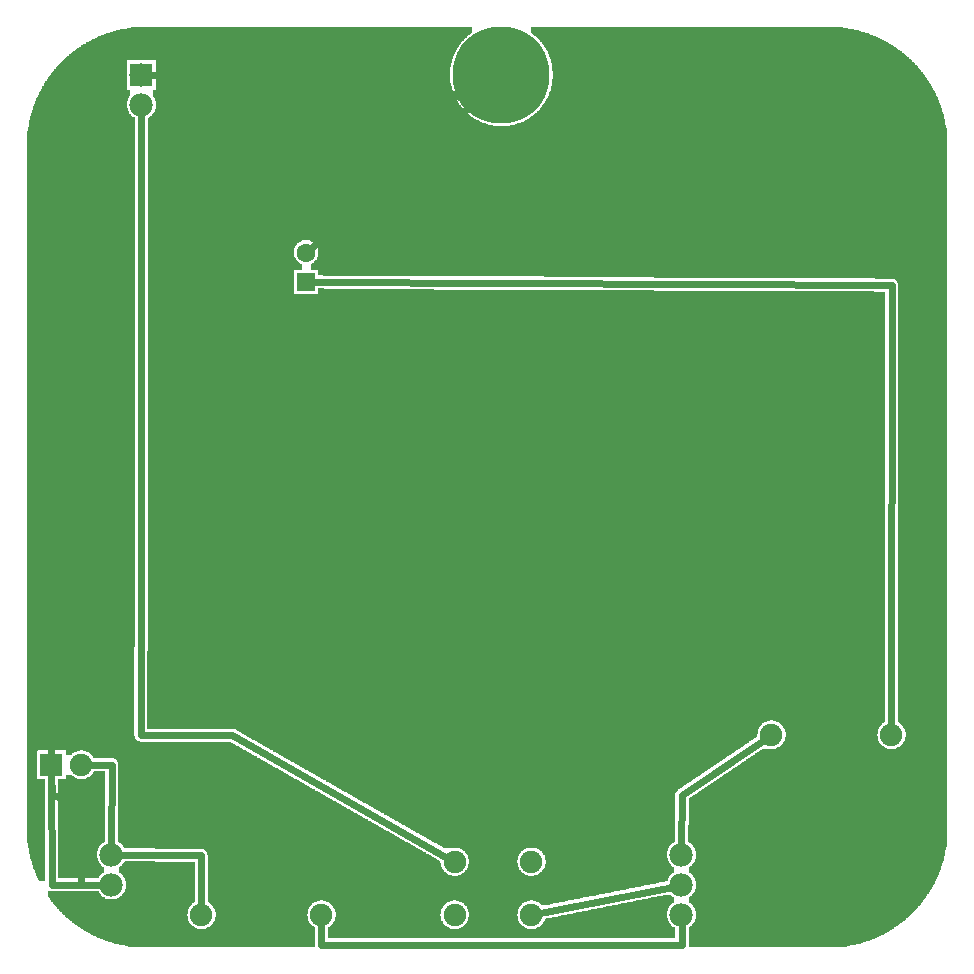
<source format=gtl>
G04 MADE WITH FRITZING*
G04 WWW.FRITZING.ORG*
G04 DOUBLE SIDED*
G04 HOLES PLATED*
G04 CONTOUR ON CENTER OF CONTOUR VECTOR*
%ASAXBY*%
%FSLAX23Y23*%
%MOIN*%
%OFA0B0*%
%SFA1.0B1.0*%
%ADD10C,0.075000*%
%ADD11C,0.062992*%
%ADD12C,0.078000*%
%ADD13C,0.322834*%
%ADD14R,0.062992X0.062992*%
%ADD15R,0.075000X0.075000*%
%ADD16R,0.078000X0.078000*%
%ADD17C,0.024000*%
%LNCOPPER1*%
G90*
G70*
G54D10*
X207Y527D03*
X524Y3036D03*
G54D11*
X971Y2259D03*
X971Y2357D03*
X971Y2259D03*
X971Y2357D03*
G54D12*
X322Y350D03*
X322Y250D03*
X2222Y350D03*
X2222Y250D03*
X2222Y150D03*
G54D10*
X2522Y750D03*
X2922Y750D03*
X622Y150D03*
X1022Y150D03*
X122Y650D03*
X222Y650D03*
X1466Y150D03*
X1722Y150D03*
X1466Y327D03*
X1722Y327D03*
X1466Y150D03*
X1722Y150D03*
X1466Y327D03*
X1722Y327D03*
G54D13*
X1622Y2950D03*
G54D12*
X422Y2950D03*
X422Y2850D03*
G54D14*
X971Y2259D03*
X971Y2259D03*
G54D15*
X122Y650D03*
G54D16*
X422Y2950D03*
G54D17*
X724Y748D02*
X1441Y341D01*
D02*
X421Y748D02*
X724Y748D01*
D02*
X422Y2819D02*
X421Y748D01*
D02*
X2193Y244D02*
X1750Y155D01*
D02*
X323Y650D02*
X251Y650D01*
D02*
X322Y380D02*
X323Y650D01*
D02*
X123Y250D02*
X122Y621D01*
D02*
X292Y250D02*
X123Y250D01*
D02*
X621Y348D02*
X622Y178D01*
D02*
X352Y349D02*
X621Y348D01*
D02*
X1022Y49D02*
X1022Y121D01*
D02*
X2224Y49D02*
X1022Y49D01*
D02*
X2223Y120D02*
X2224Y49D01*
D02*
X2224Y548D02*
X2222Y380D01*
D02*
X2499Y734D02*
X2224Y548D01*
D02*
X2923Y2248D02*
X2922Y778D01*
D02*
X998Y2259D02*
X2923Y2248D01*
D02*
X123Y548D02*
X207Y527D01*
D02*
X122Y621D02*
X123Y548D01*
D02*
X321Y3050D02*
X123Y2849D01*
D02*
X123Y2849D02*
X122Y678D01*
D02*
X524Y3036D02*
X321Y3050D01*
D02*
X1549Y2873D02*
X991Y2375D01*
D02*
X524Y3036D02*
X1549Y2873D01*
D02*
X221Y250D02*
X292Y250D01*
D02*
X207Y527D02*
X221Y250D01*
D02*
X1549Y2873D02*
X452Y2948D01*
G36*
X264Y628D02*
X264Y626D01*
X262Y626D01*
X262Y622D01*
X260Y622D01*
X260Y620D01*
X258Y620D01*
X258Y618D01*
X256Y618D01*
X256Y616D01*
X254Y616D01*
X254Y614D01*
X252Y614D01*
X252Y612D01*
X250Y612D01*
X250Y610D01*
X246Y610D01*
X246Y608D01*
X242Y608D01*
X242Y606D01*
X236Y606D01*
X236Y604D01*
X228Y604D01*
X228Y602D01*
X300Y602D01*
X300Y628D01*
X264Y628D01*
G37*
D02*
G36*
X170Y616D02*
X170Y602D01*
X216Y602D01*
X216Y604D01*
X208Y604D01*
X208Y606D01*
X202Y606D01*
X202Y608D01*
X198Y608D01*
X198Y610D01*
X196Y610D01*
X196Y612D01*
X192Y612D01*
X192Y614D01*
X190Y614D01*
X190Y616D01*
X170Y616D01*
G37*
D02*
G36*
X144Y602D02*
X144Y600D01*
X300Y600D01*
X300Y602D01*
X144Y602D01*
G37*
D02*
G36*
X144Y602D02*
X144Y600D01*
X300Y600D01*
X300Y602D01*
X144Y602D01*
G37*
D02*
G36*
X144Y600D02*
X144Y272D01*
X280Y272D01*
X280Y276D01*
X282Y276D01*
X282Y280D01*
X284Y280D01*
X284Y282D01*
X286Y282D01*
X286Y284D01*
X288Y284D01*
X288Y286D01*
X290Y286D01*
X290Y288D01*
X292Y288D01*
X292Y290D01*
X296Y290D01*
X296Y310D01*
X292Y310D01*
X292Y312D01*
X290Y312D01*
X290Y314D01*
X288Y314D01*
X288Y316D01*
X286Y316D01*
X286Y318D01*
X284Y318D01*
X284Y322D01*
X282Y322D01*
X282Y324D01*
X280Y324D01*
X280Y328D01*
X278Y328D01*
X278Y332D01*
X276Y332D01*
X276Y338D01*
X274Y338D01*
X274Y362D01*
X276Y362D01*
X276Y368D01*
X278Y368D01*
X278Y372D01*
X280Y372D01*
X280Y376D01*
X282Y376D01*
X282Y380D01*
X284Y380D01*
X284Y382D01*
X286Y382D01*
X286Y384D01*
X288Y384D01*
X288Y386D01*
X290Y386D01*
X290Y388D01*
X292Y388D01*
X292Y390D01*
X296Y390D01*
X296Y392D01*
X300Y392D01*
X300Y600D01*
X144Y600D01*
G37*
D02*
G36*
X410Y3110D02*
X410Y3108D01*
X388Y3108D01*
X388Y3106D01*
X374Y3106D01*
X374Y3104D01*
X362Y3104D01*
X362Y3102D01*
X352Y3102D01*
X352Y3100D01*
X344Y3100D01*
X344Y3098D01*
X336Y3098D01*
X336Y3096D01*
X328Y3096D01*
X328Y3094D01*
X322Y3094D01*
X322Y3092D01*
X316Y3092D01*
X316Y3090D01*
X310Y3090D01*
X310Y3088D01*
X304Y3088D01*
X304Y3086D01*
X298Y3086D01*
X298Y3084D01*
X294Y3084D01*
X294Y3082D01*
X288Y3082D01*
X288Y3080D01*
X282Y3080D01*
X282Y3078D01*
X278Y3078D01*
X278Y3076D01*
X274Y3076D01*
X274Y3074D01*
X270Y3074D01*
X270Y3072D01*
X266Y3072D01*
X266Y3070D01*
X262Y3070D01*
X262Y3068D01*
X258Y3068D01*
X258Y3066D01*
X254Y3066D01*
X254Y3064D01*
X250Y3064D01*
X250Y3062D01*
X246Y3062D01*
X246Y3060D01*
X242Y3060D01*
X242Y3058D01*
X238Y3058D01*
X238Y3056D01*
X236Y3056D01*
X236Y3054D01*
X232Y3054D01*
X232Y3052D01*
X228Y3052D01*
X228Y3050D01*
X226Y3050D01*
X226Y3048D01*
X222Y3048D01*
X222Y3046D01*
X220Y3046D01*
X220Y3044D01*
X216Y3044D01*
X216Y3042D01*
X214Y3042D01*
X214Y3040D01*
X210Y3040D01*
X210Y3038D01*
X208Y3038D01*
X208Y3036D01*
X204Y3036D01*
X204Y3034D01*
X202Y3034D01*
X202Y3032D01*
X200Y3032D01*
X200Y3030D01*
X196Y3030D01*
X196Y3028D01*
X194Y3028D01*
X194Y3026D01*
X192Y3026D01*
X192Y3024D01*
X188Y3024D01*
X188Y3022D01*
X186Y3022D01*
X186Y3020D01*
X184Y3020D01*
X184Y3018D01*
X182Y3018D01*
X182Y3016D01*
X180Y3016D01*
X180Y3014D01*
X176Y3014D01*
X176Y3012D01*
X174Y3012D01*
X174Y3010D01*
X172Y3010D01*
X172Y3008D01*
X170Y3008D01*
X170Y3006D01*
X168Y3006D01*
X168Y3004D01*
X166Y3004D01*
X166Y3002D01*
X164Y3002D01*
X164Y3000D01*
X470Y3000D01*
X470Y2998D01*
X472Y2998D01*
X472Y2902D01*
X470Y2902D01*
X470Y2900D01*
X460Y2900D01*
X460Y2880D01*
X462Y2880D01*
X462Y2876D01*
X464Y2876D01*
X464Y2874D01*
X466Y2874D01*
X466Y2870D01*
X468Y2870D01*
X468Y2864D01*
X470Y2864D01*
X470Y2854D01*
X472Y2854D01*
X472Y2846D01*
X470Y2846D01*
X470Y2836D01*
X468Y2836D01*
X468Y2830D01*
X466Y2830D01*
X466Y2826D01*
X464Y2826D01*
X464Y2824D01*
X462Y2824D01*
X462Y2820D01*
X460Y2820D01*
X460Y2818D01*
X458Y2818D01*
X458Y2816D01*
X456Y2816D01*
X456Y2814D01*
X454Y2814D01*
X454Y2812D01*
X452Y2812D01*
X452Y2810D01*
X448Y2810D01*
X448Y2808D01*
X446Y2808D01*
X446Y2806D01*
X444Y2806D01*
X444Y2778D01*
X1612Y2778D01*
X1612Y2780D01*
X1594Y2780D01*
X1594Y2782D01*
X1584Y2782D01*
X1584Y2784D01*
X1576Y2784D01*
X1576Y2786D01*
X1570Y2786D01*
X1570Y2788D01*
X1564Y2788D01*
X1564Y2790D01*
X1558Y2790D01*
X1558Y2792D01*
X1554Y2792D01*
X1554Y2794D01*
X1550Y2794D01*
X1550Y2796D01*
X1546Y2796D01*
X1546Y2798D01*
X1542Y2798D01*
X1542Y2800D01*
X1538Y2800D01*
X1538Y2802D01*
X1534Y2802D01*
X1534Y2804D01*
X1532Y2804D01*
X1532Y2806D01*
X1528Y2806D01*
X1528Y2808D01*
X1524Y2808D01*
X1524Y2810D01*
X1522Y2810D01*
X1522Y2812D01*
X1520Y2812D01*
X1520Y2814D01*
X1516Y2814D01*
X1516Y2816D01*
X1514Y2816D01*
X1514Y2818D01*
X1512Y2818D01*
X1512Y2820D01*
X1510Y2820D01*
X1510Y2822D01*
X1508Y2822D01*
X1508Y2824D01*
X1506Y2824D01*
X1506Y2826D01*
X1502Y2826D01*
X1502Y2828D01*
X1500Y2828D01*
X1500Y2830D01*
X1498Y2830D01*
X1498Y2834D01*
X1496Y2834D01*
X1496Y2836D01*
X1494Y2836D01*
X1494Y2838D01*
X1492Y2838D01*
X1492Y2840D01*
X1490Y2840D01*
X1490Y2842D01*
X1488Y2842D01*
X1488Y2844D01*
X1486Y2844D01*
X1486Y2848D01*
X1484Y2848D01*
X1484Y2850D01*
X1482Y2850D01*
X1482Y2852D01*
X1480Y2852D01*
X1480Y2856D01*
X1478Y2856D01*
X1478Y2860D01*
X1476Y2860D01*
X1476Y2862D01*
X1474Y2862D01*
X1474Y2866D01*
X1472Y2866D01*
X1472Y2870D01*
X1470Y2870D01*
X1470Y2874D01*
X1468Y2874D01*
X1468Y2878D01*
X1466Y2878D01*
X1466Y2882D01*
X1464Y2882D01*
X1464Y2886D01*
X1462Y2886D01*
X1462Y2892D01*
X1460Y2892D01*
X1460Y2898D01*
X1458Y2898D01*
X1458Y2906D01*
X1456Y2906D01*
X1456Y2912D01*
X1454Y2912D01*
X1454Y2924D01*
X1452Y2924D01*
X1452Y2944D01*
X1450Y2944D01*
X1450Y2956D01*
X1452Y2956D01*
X1452Y2976D01*
X1454Y2976D01*
X1454Y2988D01*
X1456Y2988D01*
X1456Y2994D01*
X1458Y2994D01*
X1458Y3002D01*
X1460Y3002D01*
X1460Y3008D01*
X1462Y3008D01*
X1462Y3014D01*
X1464Y3014D01*
X1464Y3018D01*
X1466Y3018D01*
X1466Y3022D01*
X1468Y3022D01*
X1468Y3026D01*
X1470Y3026D01*
X1470Y3030D01*
X1472Y3030D01*
X1472Y3034D01*
X1474Y3034D01*
X1474Y3038D01*
X1476Y3038D01*
X1476Y3040D01*
X1478Y3040D01*
X1478Y3044D01*
X1480Y3044D01*
X1480Y3048D01*
X1482Y3048D01*
X1482Y3050D01*
X1484Y3050D01*
X1484Y3052D01*
X1486Y3052D01*
X1486Y3056D01*
X1488Y3056D01*
X1488Y3058D01*
X1490Y3058D01*
X1490Y3060D01*
X1492Y3060D01*
X1492Y3062D01*
X1494Y3062D01*
X1494Y3064D01*
X1496Y3064D01*
X1496Y3066D01*
X1498Y3066D01*
X1498Y3070D01*
X1500Y3070D01*
X1500Y3072D01*
X1502Y3072D01*
X1502Y3074D01*
X1506Y3074D01*
X1506Y3076D01*
X1508Y3076D01*
X1508Y3078D01*
X1510Y3078D01*
X1510Y3080D01*
X1512Y3080D01*
X1512Y3082D01*
X1514Y3082D01*
X1514Y3084D01*
X1516Y3084D01*
X1516Y3086D01*
X1520Y3086D01*
X1520Y3088D01*
X1522Y3088D01*
X1522Y3090D01*
X1524Y3090D01*
X1524Y3110D01*
X410Y3110D01*
G37*
D02*
G36*
X1720Y3110D02*
X1720Y3090D01*
X1722Y3090D01*
X1722Y3088D01*
X1724Y3088D01*
X1724Y3086D01*
X1728Y3086D01*
X1728Y3084D01*
X1730Y3084D01*
X1730Y3082D01*
X1732Y3082D01*
X1732Y3080D01*
X1734Y3080D01*
X1734Y3078D01*
X1738Y3078D01*
X1738Y3076D01*
X1740Y3076D01*
X1740Y3074D01*
X1742Y3074D01*
X1742Y3072D01*
X1744Y3072D01*
X1744Y3070D01*
X1746Y3070D01*
X1746Y3068D01*
X1748Y3068D01*
X1748Y3066D01*
X1750Y3066D01*
X1750Y3062D01*
X1752Y3062D01*
X1752Y3060D01*
X1754Y3060D01*
X1754Y3058D01*
X1756Y3058D01*
X1756Y3056D01*
X1758Y3056D01*
X1758Y3052D01*
X1760Y3052D01*
X1760Y3050D01*
X1762Y3050D01*
X1762Y3048D01*
X1764Y3048D01*
X1764Y3044D01*
X1766Y3044D01*
X1766Y3042D01*
X1768Y3042D01*
X1768Y3038D01*
X1770Y3038D01*
X1770Y3034D01*
X1772Y3034D01*
X1772Y3032D01*
X1774Y3032D01*
X1774Y3028D01*
X1776Y3028D01*
X1776Y3024D01*
X1778Y3024D01*
X1778Y3020D01*
X1780Y3020D01*
X1780Y3014D01*
X1782Y3014D01*
X1782Y3008D01*
X1784Y3008D01*
X1784Y3004D01*
X1786Y3004D01*
X1786Y2996D01*
X1788Y2996D01*
X1788Y2988D01*
X1790Y2988D01*
X1790Y2978D01*
X1792Y2978D01*
X1792Y2964D01*
X1794Y2964D01*
X1794Y2936D01*
X1792Y2936D01*
X1792Y2922D01*
X1790Y2922D01*
X1790Y2912D01*
X1788Y2912D01*
X1788Y2904D01*
X1786Y2904D01*
X1786Y2896D01*
X1784Y2896D01*
X1784Y2892D01*
X1782Y2892D01*
X1782Y2886D01*
X1780Y2886D01*
X1780Y2880D01*
X1778Y2880D01*
X1778Y2876D01*
X1776Y2876D01*
X1776Y2872D01*
X1774Y2872D01*
X1774Y2868D01*
X1772Y2868D01*
X1772Y2866D01*
X1770Y2866D01*
X1770Y2862D01*
X1768Y2862D01*
X1768Y2858D01*
X1766Y2858D01*
X1766Y2856D01*
X1764Y2856D01*
X1764Y2852D01*
X1762Y2852D01*
X1762Y2850D01*
X1760Y2850D01*
X1760Y2848D01*
X1758Y2848D01*
X1758Y2844D01*
X1756Y2844D01*
X1756Y2842D01*
X1754Y2842D01*
X1754Y2840D01*
X1752Y2840D01*
X1752Y2838D01*
X1750Y2838D01*
X1750Y2834D01*
X1748Y2834D01*
X1748Y2832D01*
X1746Y2832D01*
X1746Y2830D01*
X1744Y2830D01*
X1744Y2828D01*
X1742Y2828D01*
X1742Y2826D01*
X1740Y2826D01*
X1740Y2824D01*
X1738Y2824D01*
X1738Y2822D01*
X1734Y2822D01*
X1734Y2820D01*
X1732Y2820D01*
X1732Y2818D01*
X1730Y2818D01*
X1730Y2816D01*
X1728Y2816D01*
X1728Y2814D01*
X1724Y2814D01*
X1724Y2812D01*
X1722Y2812D01*
X1722Y2810D01*
X1720Y2810D01*
X1720Y2808D01*
X1716Y2808D01*
X1716Y2806D01*
X1714Y2806D01*
X1714Y2804D01*
X1710Y2804D01*
X1710Y2802D01*
X1706Y2802D01*
X1706Y2800D01*
X1704Y2800D01*
X1704Y2798D01*
X1700Y2798D01*
X1700Y2796D01*
X1696Y2796D01*
X1696Y2794D01*
X1690Y2794D01*
X1690Y2792D01*
X1686Y2792D01*
X1686Y2790D01*
X1680Y2790D01*
X1680Y2788D01*
X1674Y2788D01*
X1674Y2786D01*
X1668Y2786D01*
X1668Y2784D01*
X1660Y2784D01*
X1660Y2782D01*
X1650Y2782D01*
X1650Y2780D01*
X1632Y2780D01*
X1632Y2778D01*
X3104Y2778D01*
X3104Y2784D01*
X3102Y2784D01*
X3102Y2796D01*
X3100Y2796D01*
X3100Y2804D01*
X3098Y2804D01*
X3098Y2812D01*
X3096Y2812D01*
X3096Y2820D01*
X3094Y2820D01*
X3094Y2826D01*
X3092Y2826D01*
X3092Y2834D01*
X3090Y2834D01*
X3090Y2840D01*
X3088Y2840D01*
X3088Y2846D01*
X3086Y2846D01*
X3086Y2850D01*
X3084Y2850D01*
X3084Y2856D01*
X3082Y2856D01*
X3082Y2860D01*
X3080Y2860D01*
X3080Y2866D01*
X3078Y2866D01*
X3078Y2870D01*
X3076Y2870D01*
X3076Y2876D01*
X3074Y2876D01*
X3074Y2880D01*
X3072Y2880D01*
X3072Y2884D01*
X3070Y2884D01*
X3070Y2888D01*
X3068Y2888D01*
X3068Y2892D01*
X3066Y2892D01*
X3066Y2896D01*
X3064Y2896D01*
X3064Y2900D01*
X3062Y2900D01*
X3062Y2904D01*
X3060Y2904D01*
X3060Y2906D01*
X3058Y2906D01*
X3058Y2910D01*
X3056Y2910D01*
X3056Y2914D01*
X3054Y2914D01*
X3054Y2918D01*
X3052Y2918D01*
X3052Y2920D01*
X3050Y2920D01*
X3050Y2924D01*
X3048Y2924D01*
X3048Y2926D01*
X3046Y2926D01*
X3046Y2930D01*
X3044Y2930D01*
X3044Y2934D01*
X3042Y2934D01*
X3042Y2936D01*
X3040Y2936D01*
X3040Y2940D01*
X3038Y2940D01*
X3038Y2942D01*
X3036Y2942D01*
X3036Y2944D01*
X3034Y2944D01*
X3034Y2948D01*
X3032Y2948D01*
X3032Y2950D01*
X3030Y2950D01*
X3030Y2952D01*
X3028Y2952D01*
X3028Y2956D01*
X3026Y2956D01*
X3026Y2958D01*
X3024Y2958D01*
X3024Y2960D01*
X3022Y2960D01*
X3022Y2964D01*
X3020Y2964D01*
X3020Y2966D01*
X3018Y2966D01*
X3018Y2968D01*
X3016Y2968D01*
X3016Y2970D01*
X3014Y2970D01*
X3014Y2972D01*
X3012Y2972D01*
X3012Y2974D01*
X3010Y2974D01*
X3010Y2978D01*
X3008Y2978D01*
X3008Y2980D01*
X3006Y2980D01*
X3006Y2982D01*
X3004Y2982D01*
X3004Y2984D01*
X3002Y2984D01*
X3002Y2986D01*
X3000Y2986D01*
X3000Y2988D01*
X2998Y2988D01*
X2998Y2990D01*
X2996Y2990D01*
X2996Y2992D01*
X2994Y2992D01*
X2994Y2994D01*
X2992Y2994D01*
X2992Y2996D01*
X2990Y2996D01*
X2990Y2998D01*
X2988Y2998D01*
X2988Y3000D01*
X2986Y3000D01*
X2986Y3002D01*
X2984Y3002D01*
X2984Y3004D01*
X2982Y3004D01*
X2982Y3006D01*
X2980Y3006D01*
X2980Y3008D01*
X2978Y3008D01*
X2978Y3010D01*
X2974Y3010D01*
X2974Y3012D01*
X2972Y3012D01*
X2972Y3014D01*
X2970Y3014D01*
X2970Y3016D01*
X2968Y3016D01*
X2968Y3018D01*
X2966Y3018D01*
X2966Y3020D01*
X2964Y3020D01*
X2964Y3022D01*
X2960Y3022D01*
X2960Y3024D01*
X2958Y3024D01*
X2958Y3026D01*
X2956Y3026D01*
X2956Y3028D01*
X2954Y3028D01*
X2954Y3030D01*
X2950Y3030D01*
X2950Y3032D01*
X2948Y3032D01*
X2948Y3034D01*
X2944Y3034D01*
X2944Y3036D01*
X2942Y3036D01*
X2942Y3038D01*
X2940Y3038D01*
X2940Y3040D01*
X2936Y3040D01*
X2936Y3042D01*
X2934Y3042D01*
X2934Y3044D01*
X2930Y3044D01*
X2930Y3046D01*
X2928Y3046D01*
X2928Y3048D01*
X2924Y3048D01*
X2924Y3050D01*
X2920Y3050D01*
X2920Y3052D01*
X2918Y3052D01*
X2918Y3054D01*
X2914Y3054D01*
X2914Y3056D01*
X2910Y3056D01*
X2910Y3058D01*
X2908Y3058D01*
X2908Y3060D01*
X2904Y3060D01*
X2904Y3062D01*
X2900Y3062D01*
X2900Y3064D01*
X2896Y3064D01*
X2896Y3066D01*
X2892Y3066D01*
X2892Y3068D01*
X2888Y3068D01*
X2888Y3070D01*
X2884Y3070D01*
X2884Y3072D01*
X2880Y3072D01*
X2880Y3074D01*
X2876Y3074D01*
X2876Y3076D01*
X2872Y3076D01*
X2872Y3078D01*
X2866Y3078D01*
X2866Y3080D01*
X2862Y3080D01*
X2862Y3082D01*
X2856Y3082D01*
X2856Y3084D01*
X2852Y3084D01*
X2852Y3086D01*
X2846Y3086D01*
X2846Y3088D01*
X2840Y3088D01*
X2840Y3090D01*
X2834Y3090D01*
X2834Y3092D01*
X2828Y3092D01*
X2828Y3094D01*
X2820Y3094D01*
X2820Y3096D01*
X2814Y3096D01*
X2814Y3098D01*
X2806Y3098D01*
X2806Y3100D01*
X2796Y3100D01*
X2796Y3102D01*
X2786Y3102D01*
X2786Y3104D01*
X2776Y3104D01*
X2776Y3106D01*
X2760Y3106D01*
X2760Y3108D01*
X2740Y3108D01*
X2740Y3110D01*
X1720Y3110D01*
G37*
D02*
G36*
X162Y3000D02*
X162Y2998D01*
X160Y2998D01*
X160Y2996D01*
X158Y2996D01*
X158Y2994D01*
X156Y2994D01*
X156Y2992D01*
X154Y2992D01*
X154Y2990D01*
X152Y2990D01*
X152Y2988D01*
X150Y2988D01*
X150Y2986D01*
X148Y2986D01*
X148Y2984D01*
X146Y2984D01*
X146Y2982D01*
X144Y2982D01*
X144Y2980D01*
X142Y2980D01*
X142Y2978D01*
X140Y2978D01*
X140Y2976D01*
X138Y2976D01*
X138Y2974D01*
X136Y2974D01*
X136Y2970D01*
X134Y2970D01*
X134Y2968D01*
X132Y2968D01*
X132Y2966D01*
X130Y2966D01*
X130Y2964D01*
X128Y2964D01*
X128Y2962D01*
X126Y2962D01*
X126Y2958D01*
X124Y2958D01*
X124Y2956D01*
X122Y2956D01*
X122Y2954D01*
X120Y2954D01*
X120Y2950D01*
X118Y2950D01*
X118Y2948D01*
X116Y2948D01*
X116Y2946D01*
X114Y2946D01*
X114Y2942D01*
X112Y2942D01*
X112Y2940D01*
X110Y2940D01*
X110Y2936D01*
X108Y2936D01*
X108Y2934D01*
X106Y2934D01*
X106Y2930D01*
X104Y2930D01*
X104Y2928D01*
X102Y2928D01*
X102Y2924D01*
X100Y2924D01*
X100Y2922D01*
X98Y2922D01*
X98Y2918D01*
X96Y2918D01*
X96Y2914D01*
X94Y2914D01*
X94Y2912D01*
X92Y2912D01*
X92Y2908D01*
X90Y2908D01*
X90Y2904D01*
X88Y2904D01*
X88Y2900D01*
X86Y2900D01*
X86Y2896D01*
X84Y2896D01*
X84Y2892D01*
X82Y2892D01*
X82Y2888D01*
X80Y2888D01*
X80Y2884D01*
X78Y2884D01*
X78Y2880D01*
X76Y2880D01*
X76Y2876D01*
X74Y2876D01*
X74Y2872D01*
X72Y2872D01*
X72Y2868D01*
X70Y2868D01*
X70Y2862D01*
X68Y2862D01*
X68Y2856D01*
X66Y2856D01*
X66Y2852D01*
X64Y2852D01*
X64Y2846D01*
X62Y2846D01*
X62Y2840D01*
X60Y2840D01*
X60Y2834D01*
X58Y2834D01*
X58Y2828D01*
X56Y2828D01*
X56Y2822D01*
X54Y2822D01*
X54Y2814D01*
X52Y2814D01*
X52Y2806D01*
X50Y2806D01*
X50Y2798D01*
X48Y2798D01*
X48Y2788D01*
X46Y2788D01*
X46Y2776D01*
X44Y2776D01*
X44Y2762D01*
X42Y2762D01*
X42Y2740D01*
X40Y2740D01*
X40Y698D01*
X228Y698D01*
X228Y696D01*
X236Y696D01*
X236Y694D01*
X242Y694D01*
X242Y692D01*
X246Y692D01*
X246Y690D01*
X250Y690D01*
X250Y688D01*
X252Y688D01*
X252Y686D01*
X254Y686D01*
X254Y684D01*
X256Y684D01*
X256Y682D01*
X258Y682D01*
X258Y680D01*
X260Y680D01*
X260Y678D01*
X262Y678D01*
X262Y674D01*
X264Y674D01*
X264Y672D01*
X332Y672D01*
X332Y670D01*
X336Y670D01*
X336Y668D01*
X338Y668D01*
X338Y666D01*
X340Y666D01*
X340Y664D01*
X342Y664D01*
X342Y660D01*
X344Y660D01*
X344Y394D01*
X346Y394D01*
X346Y392D01*
X348Y392D01*
X348Y390D01*
X352Y390D01*
X352Y388D01*
X354Y388D01*
X354Y386D01*
X356Y386D01*
X356Y384D01*
X358Y384D01*
X358Y382D01*
X360Y382D01*
X360Y380D01*
X362Y380D01*
X362Y376D01*
X364Y376D01*
X364Y374D01*
X366Y374D01*
X366Y372D01*
X468Y372D01*
X468Y370D01*
X628Y370D01*
X628Y368D01*
X632Y368D01*
X632Y366D01*
X634Y366D01*
X634Y364D01*
X638Y364D01*
X638Y360D01*
X640Y360D01*
X640Y358D01*
X642Y358D01*
X642Y350D01*
X644Y350D01*
X644Y280D01*
X1456Y280D01*
X1456Y282D01*
X1450Y282D01*
X1450Y284D01*
X1444Y284D01*
X1444Y286D01*
X1442Y286D01*
X1442Y288D01*
X1438Y288D01*
X1438Y290D01*
X1436Y290D01*
X1436Y292D01*
X1434Y292D01*
X1434Y294D01*
X1432Y294D01*
X1432Y296D01*
X1430Y296D01*
X1430Y298D01*
X1428Y298D01*
X1428Y300D01*
X1426Y300D01*
X1426Y304D01*
X1424Y304D01*
X1424Y308D01*
X1422Y308D01*
X1422Y314D01*
X1420Y314D01*
X1420Y324D01*
X1418Y324D01*
X1418Y330D01*
X1414Y330D01*
X1414Y332D01*
X1412Y332D01*
X1412Y334D01*
X1408Y334D01*
X1408Y336D01*
X1404Y336D01*
X1404Y338D01*
X1400Y338D01*
X1400Y340D01*
X1398Y340D01*
X1398Y342D01*
X1394Y342D01*
X1394Y344D01*
X1390Y344D01*
X1390Y346D01*
X1386Y346D01*
X1386Y348D01*
X1384Y348D01*
X1384Y350D01*
X1380Y350D01*
X1380Y352D01*
X1376Y352D01*
X1376Y354D01*
X1372Y354D01*
X1372Y356D01*
X1370Y356D01*
X1370Y358D01*
X1366Y358D01*
X1366Y360D01*
X1362Y360D01*
X1362Y362D01*
X1358Y362D01*
X1358Y364D01*
X1356Y364D01*
X1356Y366D01*
X1352Y366D01*
X1352Y368D01*
X1348Y368D01*
X1348Y370D01*
X1344Y370D01*
X1344Y372D01*
X1340Y372D01*
X1340Y374D01*
X1338Y374D01*
X1338Y376D01*
X1334Y376D01*
X1334Y378D01*
X1330Y378D01*
X1330Y380D01*
X1326Y380D01*
X1326Y382D01*
X1324Y382D01*
X1324Y384D01*
X1320Y384D01*
X1320Y386D01*
X1316Y386D01*
X1316Y388D01*
X1312Y388D01*
X1312Y390D01*
X1310Y390D01*
X1310Y392D01*
X1306Y392D01*
X1306Y394D01*
X1302Y394D01*
X1302Y396D01*
X1298Y396D01*
X1298Y398D01*
X1296Y398D01*
X1296Y400D01*
X1292Y400D01*
X1292Y402D01*
X1288Y402D01*
X1288Y404D01*
X1284Y404D01*
X1284Y406D01*
X1282Y406D01*
X1282Y408D01*
X1278Y408D01*
X1278Y410D01*
X1274Y410D01*
X1274Y412D01*
X1270Y412D01*
X1270Y414D01*
X1266Y414D01*
X1266Y416D01*
X1264Y416D01*
X1264Y418D01*
X1260Y418D01*
X1260Y420D01*
X1256Y420D01*
X1256Y422D01*
X1252Y422D01*
X1252Y424D01*
X1250Y424D01*
X1250Y426D01*
X1246Y426D01*
X1246Y428D01*
X1242Y428D01*
X1242Y430D01*
X1238Y430D01*
X1238Y432D01*
X1236Y432D01*
X1236Y434D01*
X1232Y434D01*
X1232Y436D01*
X1228Y436D01*
X1228Y438D01*
X1224Y438D01*
X1224Y440D01*
X1222Y440D01*
X1222Y442D01*
X1218Y442D01*
X1218Y444D01*
X1214Y444D01*
X1214Y446D01*
X1210Y446D01*
X1210Y448D01*
X1208Y448D01*
X1208Y450D01*
X1204Y450D01*
X1204Y452D01*
X1200Y452D01*
X1200Y454D01*
X1196Y454D01*
X1196Y456D01*
X1192Y456D01*
X1192Y458D01*
X1190Y458D01*
X1190Y460D01*
X1186Y460D01*
X1186Y462D01*
X1182Y462D01*
X1182Y464D01*
X1178Y464D01*
X1178Y466D01*
X1176Y466D01*
X1176Y468D01*
X1172Y468D01*
X1172Y470D01*
X1168Y470D01*
X1168Y472D01*
X1164Y472D01*
X1164Y474D01*
X1162Y474D01*
X1162Y476D01*
X1158Y476D01*
X1158Y478D01*
X1154Y478D01*
X1154Y480D01*
X1150Y480D01*
X1150Y482D01*
X1148Y482D01*
X1148Y484D01*
X1144Y484D01*
X1144Y486D01*
X1140Y486D01*
X1140Y488D01*
X1136Y488D01*
X1136Y490D01*
X1132Y490D01*
X1132Y492D01*
X1130Y492D01*
X1130Y494D01*
X1126Y494D01*
X1126Y496D01*
X1122Y496D01*
X1122Y498D01*
X1118Y498D01*
X1118Y500D01*
X1116Y500D01*
X1116Y502D01*
X1112Y502D01*
X1112Y504D01*
X1108Y504D01*
X1108Y506D01*
X1104Y506D01*
X1104Y508D01*
X1102Y508D01*
X1102Y510D01*
X1098Y510D01*
X1098Y512D01*
X1094Y512D01*
X1094Y514D01*
X1090Y514D01*
X1090Y516D01*
X1088Y516D01*
X1088Y518D01*
X1084Y518D01*
X1084Y520D01*
X1080Y520D01*
X1080Y522D01*
X1076Y522D01*
X1076Y524D01*
X1074Y524D01*
X1074Y526D01*
X1070Y526D01*
X1070Y528D01*
X1066Y528D01*
X1066Y530D01*
X1062Y530D01*
X1062Y532D01*
X1058Y532D01*
X1058Y534D01*
X1056Y534D01*
X1056Y536D01*
X1052Y536D01*
X1052Y538D01*
X1048Y538D01*
X1048Y540D01*
X1044Y540D01*
X1044Y542D01*
X1042Y542D01*
X1042Y544D01*
X1038Y544D01*
X1038Y546D01*
X1034Y546D01*
X1034Y548D01*
X1030Y548D01*
X1030Y550D01*
X1028Y550D01*
X1028Y552D01*
X1024Y552D01*
X1024Y554D01*
X1020Y554D01*
X1020Y556D01*
X1016Y556D01*
X1016Y558D01*
X1014Y558D01*
X1014Y560D01*
X1010Y560D01*
X1010Y562D01*
X1006Y562D01*
X1006Y564D01*
X1002Y564D01*
X1002Y566D01*
X1000Y566D01*
X1000Y568D01*
X996Y568D01*
X996Y570D01*
X992Y570D01*
X992Y572D01*
X988Y572D01*
X988Y574D01*
X984Y574D01*
X984Y576D01*
X982Y576D01*
X982Y578D01*
X978Y578D01*
X978Y580D01*
X974Y580D01*
X974Y582D01*
X970Y582D01*
X970Y584D01*
X968Y584D01*
X968Y586D01*
X964Y586D01*
X964Y588D01*
X960Y588D01*
X960Y590D01*
X956Y590D01*
X956Y592D01*
X954Y592D01*
X954Y594D01*
X950Y594D01*
X950Y596D01*
X946Y596D01*
X946Y598D01*
X942Y598D01*
X942Y600D01*
X940Y600D01*
X940Y602D01*
X936Y602D01*
X936Y604D01*
X932Y604D01*
X932Y606D01*
X928Y606D01*
X928Y608D01*
X926Y608D01*
X926Y610D01*
X922Y610D01*
X922Y612D01*
X918Y612D01*
X918Y614D01*
X914Y614D01*
X914Y616D01*
X910Y616D01*
X910Y618D01*
X908Y618D01*
X908Y620D01*
X904Y620D01*
X904Y622D01*
X900Y622D01*
X900Y624D01*
X896Y624D01*
X896Y626D01*
X894Y626D01*
X894Y628D01*
X890Y628D01*
X890Y630D01*
X886Y630D01*
X886Y632D01*
X882Y632D01*
X882Y634D01*
X880Y634D01*
X880Y636D01*
X876Y636D01*
X876Y638D01*
X872Y638D01*
X872Y640D01*
X868Y640D01*
X868Y642D01*
X866Y642D01*
X866Y644D01*
X862Y644D01*
X862Y646D01*
X858Y646D01*
X858Y648D01*
X854Y648D01*
X854Y650D01*
X852Y650D01*
X852Y652D01*
X848Y652D01*
X848Y654D01*
X844Y654D01*
X844Y656D01*
X840Y656D01*
X840Y658D01*
X836Y658D01*
X836Y660D01*
X834Y660D01*
X834Y662D01*
X830Y662D01*
X830Y664D01*
X826Y664D01*
X826Y666D01*
X822Y666D01*
X822Y668D01*
X820Y668D01*
X820Y670D01*
X816Y670D01*
X816Y672D01*
X812Y672D01*
X812Y674D01*
X808Y674D01*
X808Y676D01*
X806Y676D01*
X806Y678D01*
X802Y678D01*
X802Y680D01*
X798Y680D01*
X798Y682D01*
X794Y682D01*
X794Y684D01*
X792Y684D01*
X792Y686D01*
X788Y686D01*
X788Y688D01*
X784Y688D01*
X784Y690D01*
X780Y690D01*
X780Y692D01*
X776Y692D01*
X776Y694D01*
X774Y694D01*
X774Y696D01*
X770Y696D01*
X770Y698D01*
X766Y698D01*
X766Y700D01*
X762Y700D01*
X762Y702D01*
X760Y702D01*
X760Y704D01*
X756Y704D01*
X756Y706D01*
X752Y706D01*
X752Y708D01*
X748Y708D01*
X748Y710D01*
X746Y710D01*
X746Y712D01*
X742Y712D01*
X742Y714D01*
X738Y714D01*
X738Y716D01*
X734Y716D01*
X734Y718D01*
X732Y718D01*
X732Y720D01*
X728Y720D01*
X728Y722D01*
X724Y722D01*
X724Y724D01*
X720Y724D01*
X720Y726D01*
X416Y726D01*
X416Y728D01*
X410Y728D01*
X410Y730D01*
X408Y730D01*
X408Y732D01*
X406Y732D01*
X406Y734D01*
X404Y734D01*
X404Y736D01*
X402Y736D01*
X402Y740D01*
X400Y740D01*
X400Y746D01*
X398Y746D01*
X398Y1044D01*
X400Y1044D01*
X400Y2808D01*
X396Y2808D01*
X396Y2810D01*
X392Y2810D01*
X392Y2812D01*
X390Y2812D01*
X390Y2814D01*
X388Y2814D01*
X388Y2816D01*
X386Y2816D01*
X386Y2818D01*
X384Y2818D01*
X384Y2820D01*
X382Y2820D01*
X382Y2824D01*
X380Y2824D01*
X380Y2828D01*
X378Y2828D01*
X378Y2832D01*
X376Y2832D01*
X376Y2838D01*
X374Y2838D01*
X374Y2862D01*
X376Y2862D01*
X376Y2868D01*
X378Y2868D01*
X378Y2872D01*
X380Y2872D01*
X380Y2876D01*
X382Y2876D01*
X382Y2880D01*
X384Y2880D01*
X384Y2900D01*
X374Y2900D01*
X374Y3000D01*
X162Y3000D01*
G37*
D02*
G36*
X444Y2778D02*
X444Y2776D01*
X3104Y2776D01*
X3104Y2778D01*
X444Y2778D01*
G37*
D02*
G36*
X444Y2778D02*
X444Y2776D01*
X3104Y2776D01*
X3104Y2778D01*
X444Y2778D01*
G37*
D02*
G36*
X444Y2776D02*
X444Y2400D01*
X974Y2400D01*
X974Y2398D01*
X984Y2398D01*
X984Y2396D01*
X988Y2396D01*
X988Y2394D01*
X992Y2394D01*
X992Y2392D01*
X996Y2392D01*
X996Y2390D01*
X998Y2390D01*
X998Y2388D01*
X1000Y2388D01*
X1000Y2386D01*
X1002Y2386D01*
X1002Y2384D01*
X1004Y2384D01*
X1004Y2382D01*
X1006Y2382D01*
X1006Y2378D01*
X1008Y2378D01*
X1008Y2374D01*
X1010Y2374D01*
X1010Y2368D01*
X1012Y2368D01*
X1012Y2348D01*
X1010Y2348D01*
X1010Y2342D01*
X1008Y2342D01*
X1008Y2338D01*
X1006Y2338D01*
X1006Y2334D01*
X1004Y2334D01*
X1004Y2332D01*
X1002Y2332D01*
X1002Y2330D01*
X1000Y2330D01*
X1000Y2328D01*
X998Y2328D01*
X998Y2326D01*
X996Y2326D01*
X996Y2324D01*
X994Y2324D01*
X994Y2322D01*
X990Y2322D01*
X990Y2320D01*
X986Y2320D01*
X986Y2300D01*
X1012Y2300D01*
X1012Y2282D01*
X1028Y2282D01*
X1028Y2280D01*
X1396Y2280D01*
X1396Y2278D01*
X1764Y2278D01*
X1764Y2276D01*
X2132Y2276D01*
X2132Y2274D01*
X2500Y2274D01*
X2500Y2272D01*
X2868Y2272D01*
X2868Y2270D01*
X2930Y2270D01*
X2930Y2268D01*
X2934Y2268D01*
X2934Y2266D01*
X2938Y2266D01*
X2938Y2264D01*
X2940Y2264D01*
X2940Y2260D01*
X2942Y2260D01*
X2942Y2256D01*
X2944Y2256D01*
X2944Y792D01*
X2946Y792D01*
X2946Y790D01*
X2950Y790D01*
X2950Y788D01*
X2952Y788D01*
X2952Y786D01*
X2954Y786D01*
X2954Y784D01*
X2956Y784D01*
X2956Y782D01*
X2958Y782D01*
X2958Y780D01*
X2960Y780D01*
X2960Y778D01*
X2962Y778D01*
X2962Y774D01*
X2964Y774D01*
X2964Y770D01*
X2966Y770D01*
X2966Y766D01*
X2968Y766D01*
X2968Y758D01*
X2970Y758D01*
X2970Y742D01*
X2968Y742D01*
X2968Y734D01*
X2966Y734D01*
X2966Y730D01*
X2964Y730D01*
X2964Y726D01*
X2962Y726D01*
X2962Y722D01*
X2960Y722D01*
X2960Y720D01*
X2958Y720D01*
X2958Y718D01*
X2956Y718D01*
X2956Y716D01*
X2954Y716D01*
X2954Y714D01*
X2952Y714D01*
X2952Y712D01*
X2950Y712D01*
X2950Y710D01*
X2946Y710D01*
X2946Y708D01*
X2942Y708D01*
X2942Y706D01*
X2936Y706D01*
X2936Y704D01*
X2928Y704D01*
X2928Y702D01*
X3108Y702D01*
X3108Y2758D01*
X3106Y2758D01*
X3106Y2774D01*
X3104Y2774D01*
X3104Y2776D01*
X444Y2776D01*
G37*
D02*
G36*
X444Y2400D02*
X444Y2218D01*
X930Y2218D01*
X930Y2300D01*
X956Y2300D01*
X956Y2320D01*
X952Y2320D01*
X952Y2322D01*
X948Y2322D01*
X948Y2324D01*
X946Y2324D01*
X946Y2326D01*
X944Y2326D01*
X944Y2328D01*
X942Y2328D01*
X942Y2330D01*
X940Y2330D01*
X940Y2332D01*
X938Y2332D01*
X938Y2334D01*
X936Y2334D01*
X936Y2338D01*
X934Y2338D01*
X934Y2342D01*
X932Y2342D01*
X932Y2348D01*
X930Y2348D01*
X930Y2368D01*
X932Y2368D01*
X932Y2374D01*
X934Y2374D01*
X934Y2378D01*
X936Y2378D01*
X936Y2382D01*
X938Y2382D01*
X938Y2384D01*
X940Y2384D01*
X940Y2386D01*
X942Y2386D01*
X942Y2388D01*
X944Y2388D01*
X944Y2390D01*
X946Y2390D01*
X946Y2392D01*
X950Y2392D01*
X950Y2394D01*
X954Y2394D01*
X954Y2396D01*
X958Y2396D01*
X958Y2398D01*
X968Y2398D01*
X968Y2400D01*
X444Y2400D01*
G37*
D02*
G36*
X1012Y2238D02*
X1012Y2218D01*
X2900Y2218D01*
X2900Y2226D01*
X2864Y2226D01*
X2864Y2228D01*
X2498Y2228D01*
X2498Y2230D01*
X2132Y2230D01*
X2132Y2232D01*
X1764Y2232D01*
X1764Y2234D01*
X1398Y2234D01*
X1398Y2236D01*
X1032Y2236D01*
X1032Y2238D01*
X1012Y2238D01*
G37*
D02*
G36*
X444Y2218D02*
X444Y2216D01*
X2900Y2216D01*
X2900Y2218D01*
X444Y2218D01*
G37*
D02*
G36*
X444Y2218D02*
X444Y2216D01*
X2900Y2216D01*
X2900Y2218D01*
X444Y2218D01*
G37*
D02*
G36*
X444Y2216D02*
X444Y1030D01*
X442Y1030D01*
X442Y798D01*
X2528Y798D01*
X2528Y796D01*
X2536Y796D01*
X2536Y794D01*
X2542Y794D01*
X2542Y792D01*
X2546Y792D01*
X2546Y790D01*
X2550Y790D01*
X2550Y788D01*
X2552Y788D01*
X2552Y786D01*
X2554Y786D01*
X2554Y784D01*
X2556Y784D01*
X2556Y782D01*
X2558Y782D01*
X2558Y780D01*
X2560Y780D01*
X2560Y778D01*
X2562Y778D01*
X2562Y774D01*
X2564Y774D01*
X2564Y770D01*
X2566Y770D01*
X2566Y766D01*
X2568Y766D01*
X2568Y758D01*
X2570Y758D01*
X2570Y742D01*
X2568Y742D01*
X2568Y734D01*
X2566Y734D01*
X2566Y730D01*
X2564Y730D01*
X2564Y726D01*
X2562Y726D01*
X2562Y722D01*
X2560Y722D01*
X2560Y720D01*
X2558Y720D01*
X2558Y718D01*
X2556Y718D01*
X2556Y716D01*
X2554Y716D01*
X2554Y714D01*
X2552Y714D01*
X2552Y712D01*
X2550Y712D01*
X2550Y710D01*
X2546Y710D01*
X2546Y708D01*
X2542Y708D01*
X2542Y706D01*
X2536Y706D01*
X2536Y704D01*
X2528Y704D01*
X2528Y702D01*
X2916Y702D01*
X2916Y704D01*
X2908Y704D01*
X2908Y706D01*
X2902Y706D01*
X2902Y708D01*
X2898Y708D01*
X2898Y710D01*
X2896Y710D01*
X2896Y712D01*
X2892Y712D01*
X2892Y714D01*
X2890Y714D01*
X2890Y716D01*
X2888Y716D01*
X2888Y718D01*
X2886Y718D01*
X2886Y720D01*
X2884Y720D01*
X2884Y724D01*
X2882Y724D01*
X2882Y726D01*
X2880Y726D01*
X2880Y730D01*
X2878Y730D01*
X2878Y736D01*
X2876Y736D01*
X2876Y746D01*
X2874Y746D01*
X2874Y754D01*
X2876Y754D01*
X2876Y764D01*
X2878Y764D01*
X2878Y770D01*
X2880Y770D01*
X2880Y774D01*
X2882Y774D01*
X2882Y776D01*
X2884Y776D01*
X2884Y780D01*
X2886Y780D01*
X2886Y782D01*
X2888Y782D01*
X2888Y784D01*
X2890Y784D01*
X2890Y786D01*
X2892Y786D01*
X2892Y788D01*
X2896Y788D01*
X2896Y790D01*
X2898Y790D01*
X2898Y792D01*
X2900Y792D01*
X2900Y2216D01*
X444Y2216D01*
G37*
D02*
G36*
X442Y798D02*
X442Y770D01*
X732Y770D01*
X732Y768D01*
X736Y768D01*
X736Y766D01*
X740Y766D01*
X740Y764D01*
X742Y764D01*
X742Y762D01*
X746Y762D01*
X746Y760D01*
X750Y760D01*
X750Y758D01*
X754Y758D01*
X754Y756D01*
X756Y756D01*
X756Y754D01*
X760Y754D01*
X760Y752D01*
X764Y752D01*
X764Y750D01*
X768Y750D01*
X768Y748D01*
X772Y748D01*
X772Y746D01*
X774Y746D01*
X774Y744D01*
X778Y744D01*
X778Y742D01*
X782Y742D01*
X782Y740D01*
X786Y740D01*
X786Y738D01*
X788Y738D01*
X788Y736D01*
X792Y736D01*
X792Y734D01*
X796Y734D01*
X796Y732D01*
X800Y732D01*
X800Y730D01*
X802Y730D01*
X802Y728D01*
X806Y728D01*
X806Y726D01*
X810Y726D01*
X810Y724D01*
X814Y724D01*
X814Y722D01*
X816Y722D01*
X816Y720D01*
X820Y720D01*
X820Y718D01*
X824Y718D01*
X824Y716D01*
X828Y716D01*
X828Y714D01*
X830Y714D01*
X830Y712D01*
X834Y712D01*
X834Y710D01*
X838Y710D01*
X838Y708D01*
X842Y708D01*
X842Y706D01*
X846Y706D01*
X846Y704D01*
X848Y704D01*
X848Y702D01*
X852Y702D01*
X852Y700D01*
X856Y700D01*
X856Y698D01*
X860Y698D01*
X860Y696D01*
X862Y696D01*
X862Y694D01*
X866Y694D01*
X866Y692D01*
X870Y692D01*
X870Y690D01*
X874Y690D01*
X874Y688D01*
X876Y688D01*
X876Y686D01*
X880Y686D01*
X880Y684D01*
X884Y684D01*
X884Y682D01*
X888Y682D01*
X888Y680D01*
X890Y680D01*
X890Y678D01*
X894Y678D01*
X894Y676D01*
X898Y676D01*
X898Y674D01*
X902Y674D01*
X902Y672D01*
X904Y672D01*
X904Y670D01*
X908Y670D01*
X908Y668D01*
X912Y668D01*
X912Y666D01*
X916Y666D01*
X916Y664D01*
X920Y664D01*
X920Y662D01*
X922Y662D01*
X922Y660D01*
X926Y660D01*
X926Y658D01*
X930Y658D01*
X930Y656D01*
X934Y656D01*
X934Y654D01*
X936Y654D01*
X936Y652D01*
X940Y652D01*
X940Y650D01*
X944Y650D01*
X944Y648D01*
X948Y648D01*
X948Y646D01*
X950Y646D01*
X950Y644D01*
X954Y644D01*
X954Y642D01*
X958Y642D01*
X958Y640D01*
X962Y640D01*
X962Y638D01*
X964Y638D01*
X964Y636D01*
X968Y636D01*
X968Y634D01*
X972Y634D01*
X972Y632D01*
X976Y632D01*
X976Y630D01*
X978Y630D01*
X978Y628D01*
X982Y628D01*
X982Y626D01*
X986Y626D01*
X986Y624D01*
X990Y624D01*
X990Y622D01*
X994Y622D01*
X994Y620D01*
X996Y620D01*
X996Y618D01*
X1000Y618D01*
X1000Y616D01*
X1004Y616D01*
X1004Y614D01*
X1008Y614D01*
X1008Y612D01*
X1010Y612D01*
X1010Y610D01*
X1014Y610D01*
X1014Y608D01*
X1018Y608D01*
X1018Y606D01*
X1022Y606D01*
X1022Y604D01*
X1024Y604D01*
X1024Y602D01*
X1028Y602D01*
X1028Y600D01*
X1032Y600D01*
X1032Y598D01*
X1036Y598D01*
X1036Y596D01*
X1038Y596D01*
X1038Y594D01*
X1042Y594D01*
X1042Y592D01*
X1046Y592D01*
X1046Y590D01*
X1050Y590D01*
X1050Y588D01*
X1054Y588D01*
X1054Y586D01*
X1056Y586D01*
X1056Y584D01*
X1060Y584D01*
X1060Y582D01*
X1064Y582D01*
X1064Y580D01*
X1068Y580D01*
X1068Y578D01*
X1070Y578D01*
X1070Y576D01*
X1074Y576D01*
X1074Y574D01*
X1078Y574D01*
X1078Y572D01*
X1082Y572D01*
X1082Y570D01*
X1084Y570D01*
X1084Y568D01*
X1088Y568D01*
X1088Y566D01*
X1092Y566D01*
X1092Y564D01*
X1096Y564D01*
X1096Y562D01*
X1098Y562D01*
X1098Y560D01*
X1102Y560D01*
X1102Y558D01*
X1106Y558D01*
X1106Y556D01*
X1110Y556D01*
X1110Y554D01*
X1112Y554D01*
X1112Y552D01*
X1116Y552D01*
X1116Y550D01*
X1120Y550D01*
X1120Y548D01*
X1124Y548D01*
X1124Y546D01*
X1128Y546D01*
X1128Y544D01*
X1130Y544D01*
X1130Y542D01*
X1134Y542D01*
X1134Y540D01*
X1138Y540D01*
X1138Y538D01*
X1142Y538D01*
X1142Y536D01*
X1144Y536D01*
X1144Y534D01*
X1148Y534D01*
X1148Y532D01*
X1152Y532D01*
X1152Y530D01*
X1156Y530D01*
X1156Y528D01*
X1158Y528D01*
X1158Y526D01*
X1162Y526D01*
X1162Y524D01*
X1166Y524D01*
X1166Y522D01*
X1170Y522D01*
X1170Y520D01*
X1172Y520D01*
X1172Y518D01*
X1176Y518D01*
X1176Y516D01*
X1180Y516D01*
X1180Y514D01*
X1184Y514D01*
X1184Y512D01*
X1186Y512D01*
X1186Y510D01*
X1190Y510D01*
X1190Y508D01*
X1194Y508D01*
X1194Y506D01*
X1198Y506D01*
X1198Y504D01*
X1202Y504D01*
X1202Y502D01*
X1204Y502D01*
X1204Y500D01*
X1208Y500D01*
X1208Y498D01*
X1212Y498D01*
X1212Y496D01*
X1216Y496D01*
X1216Y494D01*
X1218Y494D01*
X1218Y492D01*
X1222Y492D01*
X1222Y490D01*
X1226Y490D01*
X1226Y488D01*
X1230Y488D01*
X1230Y486D01*
X1232Y486D01*
X1232Y484D01*
X1236Y484D01*
X1236Y482D01*
X1240Y482D01*
X1240Y480D01*
X1244Y480D01*
X1244Y478D01*
X1246Y478D01*
X1246Y476D01*
X1250Y476D01*
X1250Y474D01*
X1254Y474D01*
X1254Y472D01*
X1258Y472D01*
X1258Y470D01*
X1260Y470D01*
X1260Y468D01*
X1264Y468D01*
X1264Y466D01*
X1268Y466D01*
X1268Y464D01*
X1272Y464D01*
X1272Y462D01*
X1276Y462D01*
X1276Y460D01*
X1278Y460D01*
X1278Y458D01*
X1282Y458D01*
X1282Y456D01*
X1286Y456D01*
X1286Y454D01*
X1290Y454D01*
X1290Y452D01*
X1292Y452D01*
X1292Y450D01*
X1296Y450D01*
X1296Y448D01*
X1300Y448D01*
X1300Y446D01*
X1304Y446D01*
X1304Y444D01*
X1306Y444D01*
X1306Y442D01*
X1310Y442D01*
X1310Y440D01*
X1314Y440D01*
X1314Y438D01*
X1318Y438D01*
X1318Y436D01*
X1320Y436D01*
X1320Y434D01*
X1324Y434D01*
X1324Y432D01*
X1328Y432D01*
X1328Y430D01*
X1332Y430D01*
X1332Y428D01*
X1334Y428D01*
X1334Y426D01*
X1338Y426D01*
X1338Y424D01*
X1342Y424D01*
X1342Y422D01*
X1346Y422D01*
X1346Y420D01*
X1350Y420D01*
X1350Y418D01*
X1352Y418D01*
X1352Y416D01*
X1356Y416D01*
X1356Y414D01*
X1360Y414D01*
X1360Y412D01*
X1364Y412D01*
X1364Y410D01*
X1366Y410D01*
X1366Y408D01*
X1370Y408D01*
X1370Y406D01*
X1374Y406D01*
X1374Y404D01*
X1378Y404D01*
X1378Y402D01*
X1380Y402D01*
X1380Y400D01*
X1384Y400D01*
X1384Y398D01*
X1388Y398D01*
X1388Y396D01*
X1392Y396D01*
X1392Y394D01*
X1394Y394D01*
X1394Y392D01*
X1398Y392D01*
X1398Y390D01*
X1402Y390D01*
X1402Y388D01*
X1406Y388D01*
X1406Y386D01*
X1410Y386D01*
X1410Y384D01*
X1412Y384D01*
X1412Y382D01*
X1416Y382D01*
X1416Y380D01*
X1420Y380D01*
X1420Y378D01*
X1424Y378D01*
X1424Y376D01*
X1426Y376D01*
X1426Y374D01*
X1734Y374D01*
X1734Y372D01*
X1740Y372D01*
X1740Y370D01*
X1744Y370D01*
X1744Y368D01*
X1748Y368D01*
X1748Y366D01*
X1750Y366D01*
X1750Y364D01*
X1754Y364D01*
X1754Y362D01*
X1756Y362D01*
X1756Y360D01*
X1758Y360D01*
X1758Y356D01*
X1760Y356D01*
X1760Y354D01*
X1762Y354D01*
X1762Y350D01*
X1764Y350D01*
X1764Y348D01*
X1766Y348D01*
X1766Y342D01*
X1768Y342D01*
X1768Y334D01*
X1770Y334D01*
X1770Y320D01*
X1768Y320D01*
X1768Y312D01*
X1766Y312D01*
X1766Y306D01*
X1764Y306D01*
X1764Y304D01*
X1762Y304D01*
X1762Y300D01*
X1760Y300D01*
X1760Y298D01*
X1758Y298D01*
X1758Y296D01*
X1756Y296D01*
X1756Y292D01*
X1752Y292D01*
X1752Y290D01*
X1750Y290D01*
X1750Y288D01*
X1748Y288D01*
X1748Y286D01*
X1744Y286D01*
X1744Y284D01*
X1740Y284D01*
X1740Y282D01*
X1732Y282D01*
X1732Y280D01*
X2184Y280D01*
X2184Y282D01*
X2186Y282D01*
X2186Y284D01*
X2188Y284D01*
X2188Y286D01*
X2190Y286D01*
X2190Y288D01*
X2192Y288D01*
X2192Y290D01*
X2196Y290D01*
X2196Y310D01*
X2192Y310D01*
X2192Y312D01*
X2190Y312D01*
X2190Y314D01*
X2188Y314D01*
X2188Y316D01*
X2186Y316D01*
X2186Y318D01*
X2184Y318D01*
X2184Y322D01*
X2182Y322D01*
X2182Y324D01*
X2180Y324D01*
X2180Y328D01*
X2178Y328D01*
X2178Y332D01*
X2176Y332D01*
X2176Y338D01*
X2174Y338D01*
X2174Y362D01*
X2176Y362D01*
X2176Y368D01*
X2178Y368D01*
X2178Y372D01*
X2180Y372D01*
X2180Y376D01*
X2182Y376D01*
X2182Y380D01*
X2184Y380D01*
X2184Y382D01*
X2186Y382D01*
X2186Y384D01*
X2188Y384D01*
X2188Y386D01*
X2190Y386D01*
X2190Y388D01*
X2192Y388D01*
X2192Y390D01*
X2196Y390D01*
X2196Y392D01*
X2200Y392D01*
X2200Y452D01*
X2202Y452D01*
X2202Y556D01*
X2204Y556D01*
X2204Y560D01*
X2206Y560D01*
X2206Y562D01*
X2208Y562D01*
X2208Y564D01*
X2210Y564D01*
X2210Y566D01*
X2212Y566D01*
X2212Y568D01*
X2216Y568D01*
X2216Y570D01*
X2218Y570D01*
X2218Y572D01*
X2222Y572D01*
X2222Y574D01*
X2224Y574D01*
X2224Y576D01*
X2226Y576D01*
X2226Y578D01*
X2230Y578D01*
X2230Y580D01*
X2232Y580D01*
X2232Y582D01*
X2236Y582D01*
X2236Y584D01*
X2238Y584D01*
X2238Y586D01*
X2242Y586D01*
X2242Y588D01*
X2244Y588D01*
X2244Y590D01*
X2248Y590D01*
X2248Y592D01*
X2250Y592D01*
X2250Y594D01*
X2254Y594D01*
X2254Y596D01*
X2256Y596D01*
X2256Y598D01*
X2260Y598D01*
X2260Y600D01*
X2262Y600D01*
X2262Y602D01*
X2266Y602D01*
X2266Y604D01*
X2268Y604D01*
X2268Y606D01*
X2272Y606D01*
X2272Y608D01*
X2274Y608D01*
X2274Y610D01*
X2278Y610D01*
X2278Y612D01*
X2280Y612D01*
X2280Y614D01*
X2284Y614D01*
X2284Y616D01*
X2286Y616D01*
X2286Y618D01*
X2290Y618D01*
X2290Y620D01*
X2292Y620D01*
X2292Y622D01*
X2296Y622D01*
X2296Y624D01*
X2298Y624D01*
X2298Y626D01*
X2300Y626D01*
X2300Y628D01*
X2304Y628D01*
X2304Y630D01*
X2306Y630D01*
X2306Y632D01*
X2310Y632D01*
X2310Y634D01*
X2312Y634D01*
X2312Y636D01*
X2316Y636D01*
X2316Y638D01*
X2318Y638D01*
X2318Y640D01*
X2322Y640D01*
X2322Y642D01*
X2324Y642D01*
X2324Y644D01*
X2328Y644D01*
X2328Y646D01*
X2330Y646D01*
X2330Y648D01*
X2334Y648D01*
X2334Y650D01*
X2336Y650D01*
X2336Y652D01*
X2340Y652D01*
X2340Y654D01*
X2342Y654D01*
X2342Y656D01*
X2346Y656D01*
X2346Y658D01*
X2348Y658D01*
X2348Y660D01*
X2352Y660D01*
X2352Y662D01*
X2354Y662D01*
X2354Y664D01*
X2358Y664D01*
X2358Y666D01*
X2360Y666D01*
X2360Y668D01*
X2364Y668D01*
X2364Y670D01*
X2366Y670D01*
X2366Y672D01*
X2368Y672D01*
X2368Y674D01*
X2372Y674D01*
X2372Y676D01*
X2374Y676D01*
X2374Y678D01*
X2378Y678D01*
X2378Y680D01*
X2380Y680D01*
X2380Y682D01*
X2384Y682D01*
X2384Y684D01*
X2386Y684D01*
X2386Y686D01*
X2390Y686D01*
X2390Y688D01*
X2392Y688D01*
X2392Y690D01*
X2396Y690D01*
X2396Y692D01*
X2398Y692D01*
X2398Y694D01*
X2402Y694D01*
X2402Y696D01*
X2404Y696D01*
X2404Y698D01*
X2408Y698D01*
X2408Y700D01*
X2410Y700D01*
X2410Y702D01*
X2414Y702D01*
X2414Y704D01*
X2416Y704D01*
X2416Y706D01*
X2420Y706D01*
X2420Y708D01*
X2422Y708D01*
X2422Y710D01*
X2426Y710D01*
X2426Y712D01*
X2428Y712D01*
X2428Y714D01*
X2432Y714D01*
X2432Y716D01*
X2434Y716D01*
X2434Y718D01*
X2438Y718D01*
X2438Y720D01*
X2440Y720D01*
X2440Y722D01*
X2442Y722D01*
X2442Y724D01*
X2446Y724D01*
X2446Y726D01*
X2448Y726D01*
X2448Y728D01*
X2452Y728D01*
X2452Y730D01*
X2454Y730D01*
X2454Y732D01*
X2458Y732D01*
X2458Y734D01*
X2460Y734D01*
X2460Y736D01*
X2464Y736D01*
X2464Y738D01*
X2466Y738D01*
X2466Y740D01*
X2470Y740D01*
X2470Y742D01*
X2472Y742D01*
X2472Y744D01*
X2474Y744D01*
X2474Y754D01*
X2476Y754D01*
X2476Y764D01*
X2478Y764D01*
X2478Y770D01*
X2480Y770D01*
X2480Y774D01*
X2482Y774D01*
X2482Y776D01*
X2484Y776D01*
X2484Y780D01*
X2486Y780D01*
X2486Y782D01*
X2488Y782D01*
X2488Y784D01*
X2490Y784D01*
X2490Y786D01*
X2492Y786D01*
X2492Y788D01*
X2496Y788D01*
X2496Y790D01*
X2498Y790D01*
X2498Y792D01*
X2502Y792D01*
X2502Y794D01*
X2508Y794D01*
X2508Y796D01*
X2516Y796D01*
X2516Y798D01*
X442Y798D01*
G37*
D02*
G36*
X2492Y704D02*
X2492Y702D01*
X2516Y702D01*
X2516Y704D01*
X2492Y704D01*
G37*
D02*
G36*
X2490Y702D02*
X2490Y700D01*
X3108Y700D01*
X3108Y702D01*
X2490Y702D01*
G37*
D02*
G36*
X2490Y702D02*
X2490Y700D01*
X3108Y700D01*
X3108Y702D01*
X2490Y702D01*
G37*
D02*
G36*
X2490Y702D02*
X2490Y700D01*
X3108Y700D01*
X3108Y702D01*
X2490Y702D01*
G37*
D02*
G36*
X2486Y700D02*
X2486Y698D01*
X2484Y698D01*
X2484Y696D01*
X2480Y696D01*
X2480Y694D01*
X2478Y694D01*
X2478Y692D01*
X2474Y692D01*
X2474Y690D01*
X2472Y690D01*
X2472Y688D01*
X2468Y688D01*
X2468Y686D01*
X2466Y686D01*
X2466Y684D01*
X2462Y684D01*
X2462Y682D01*
X2460Y682D01*
X2460Y680D01*
X2456Y680D01*
X2456Y678D01*
X2454Y678D01*
X2454Y676D01*
X2450Y676D01*
X2450Y674D01*
X2448Y674D01*
X2448Y672D01*
X2444Y672D01*
X2444Y670D01*
X2442Y670D01*
X2442Y668D01*
X2438Y668D01*
X2438Y666D01*
X2436Y666D01*
X2436Y664D01*
X2432Y664D01*
X2432Y662D01*
X2430Y662D01*
X2430Y660D01*
X2426Y660D01*
X2426Y658D01*
X2424Y658D01*
X2424Y656D01*
X2420Y656D01*
X2420Y654D01*
X2418Y654D01*
X2418Y652D01*
X2416Y652D01*
X2416Y650D01*
X2412Y650D01*
X2412Y648D01*
X2410Y648D01*
X2410Y646D01*
X2406Y646D01*
X2406Y644D01*
X2404Y644D01*
X2404Y642D01*
X2400Y642D01*
X2400Y640D01*
X2398Y640D01*
X2398Y638D01*
X2394Y638D01*
X2394Y636D01*
X2392Y636D01*
X2392Y634D01*
X2388Y634D01*
X2388Y632D01*
X2386Y632D01*
X2386Y630D01*
X2382Y630D01*
X2382Y628D01*
X2380Y628D01*
X2380Y626D01*
X2376Y626D01*
X2376Y624D01*
X2374Y624D01*
X2374Y622D01*
X2370Y622D01*
X2370Y620D01*
X2368Y620D01*
X2368Y618D01*
X2364Y618D01*
X2364Y616D01*
X2362Y616D01*
X2362Y614D01*
X2358Y614D01*
X2358Y612D01*
X2356Y612D01*
X2356Y610D01*
X2352Y610D01*
X2352Y608D01*
X2350Y608D01*
X2350Y606D01*
X2346Y606D01*
X2346Y604D01*
X2344Y604D01*
X2344Y602D01*
X2342Y602D01*
X2342Y600D01*
X2338Y600D01*
X2338Y598D01*
X2336Y598D01*
X2336Y596D01*
X2332Y596D01*
X2332Y594D01*
X2330Y594D01*
X2330Y592D01*
X2326Y592D01*
X2326Y590D01*
X2324Y590D01*
X2324Y588D01*
X2320Y588D01*
X2320Y586D01*
X2318Y586D01*
X2318Y584D01*
X2314Y584D01*
X2314Y582D01*
X2312Y582D01*
X2312Y580D01*
X2308Y580D01*
X2308Y578D01*
X2306Y578D01*
X2306Y576D01*
X2302Y576D01*
X2302Y574D01*
X2300Y574D01*
X2300Y572D01*
X2296Y572D01*
X2296Y570D01*
X2294Y570D01*
X2294Y568D01*
X2290Y568D01*
X2290Y566D01*
X2288Y566D01*
X2288Y564D01*
X2284Y564D01*
X2284Y562D01*
X2282Y562D01*
X2282Y560D01*
X2278Y560D01*
X2278Y558D01*
X2276Y558D01*
X2276Y556D01*
X2274Y556D01*
X2274Y554D01*
X2270Y554D01*
X2270Y552D01*
X2268Y552D01*
X2268Y550D01*
X2264Y550D01*
X2264Y548D01*
X2262Y548D01*
X2262Y546D01*
X2258Y546D01*
X2258Y544D01*
X2256Y544D01*
X2256Y542D01*
X2252Y542D01*
X2252Y540D01*
X2250Y540D01*
X2250Y538D01*
X2246Y538D01*
X2246Y450D01*
X2244Y450D01*
X2244Y394D01*
X2246Y394D01*
X2246Y392D01*
X2248Y392D01*
X2248Y390D01*
X2252Y390D01*
X2252Y388D01*
X2254Y388D01*
X2254Y386D01*
X2256Y386D01*
X2256Y384D01*
X2258Y384D01*
X2258Y382D01*
X2260Y382D01*
X2260Y380D01*
X2262Y380D01*
X2262Y376D01*
X2264Y376D01*
X2264Y374D01*
X2266Y374D01*
X2266Y370D01*
X2268Y370D01*
X2268Y364D01*
X2270Y364D01*
X2270Y354D01*
X2272Y354D01*
X2272Y346D01*
X2270Y346D01*
X2270Y336D01*
X2268Y336D01*
X2268Y330D01*
X2266Y330D01*
X2266Y326D01*
X2264Y326D01*
X2264Y324D01*
X2262Y324D01*
X2262Y320D01*
X2260Y320D01*
X2260Y318D01*
X2258Y318D01*
X2258Y316D01*
X2256Y316D01*
X2256Y314D01*
X2254Y314D01*
X2254Y312D01*
X2252Y312D01*
X2252Y310D01*
X2248Y310D01*
X2248Y290D01*
X2252Y290D01*
X2252Y288D01*
X2254Y288D01*
X2254Y286D01*
X2256Y286D01*
X2256Y284D01*
X2258Y284D01*
X2258Y282D01*
X2260Y282D01*
X2260Y280D01*
X2262Y280D01*
X2262Y276D01*
X2264Y276D01*
X2264Y274D01*
X2266Y274D01*
X2266Y270D01*
X2268Y270D01*
X2268Y264D01*
X2270Y264D01*
X2270Y254D01*
X2272Y254D01*
X2272Y246D01*
X2270Y246D01*
X2270Y236D01*
X2268Y236D01*
X2268Y230D01*
X2266Y230D01*
X2266Y226D01*
X2264Y226D01*
X2264Y224D01*
X2262Y224D01*
X2262Y220D01*
X2260Y220D01*
X2260Y218D01*
X2258Y218D01*
X2258Y216D01*
X2256Y216D01*
X2256Y214D01*
X2254Y214D01*
X2254Y212D01*
X2252Y212D01*
X2252Y210D01*
X2248Y210D01*
X2248Y190D01*
X2252Y190D01*
X2252Y188D01*
X2254Y188D01*
X2254Y186D01*
X2256Y186D01*
X2256Y184D01*
X2258Y184D01*
X2258Y182D01*
X2260Y182D01*
X2260Y180D01*
X2262Y180D01*
X2262Y176D01*
X2264Y176D01*
X2264Y174D01*
X2266Y174D01*
X2266Y170D01*
X2268Y170D01*
X2268Y164D01*
X2270Y164D01*
X2270Y154D01*
X2272Y154D01*
X2272Y146D01*
X2270Y146D01*
X2270Y136D01*
X2268Y136D01*
X2268Y130D01*
X2266Y130D01*
X2266Y126D01*
X2264Y126D01*
X2264Y124D01*
X2262Y124D01*
X2262Y120D01*
X2260Y120D01*
X2260Y118D01*
X2258Y118D01*
X2258Y116D01*
X2256Y116D01*
X2256Y114D01*
X2254Y114D01*
X2254Y112D01*
X2252Y112D01*
X2252Y110D01*
X2248Y110D01*
X2248Y108D01*
X2246Y108D01*
X2246Y42D01*
X2758Y42D01*
X2758Y44D01*
X2774Y44D01*
X2774Y46D01*
X2784Y46D01*
X2784Y48D01*
X2796Y48D01*
X2796Y50D01*
X2804Y50D01*
X2804Y52D01*
X2812Y52D01*
X2812Y54D01*
X2820Y54D01*
X2820Y56D01*
X2826Y56D01*
X2826Y58D01*
X2832Y58D01*
X2832Y60D01*
X2838Y60D01*
X2838Y62D01*
X2844Y62D01*
X2844Y64D01*
X2850Y64D01*
X2850Y66D01*
X2856Y66D01*
X2856Y68D01*
X2860Y68D01*
X2860Y70D01*
X2866Y70D01*
X2866Y72D01*
X2870Y72D01*
X2870Y74D01*
X2874Y74D01*
X2874Y76D01*
X2880Y76D01*
X2880Y78D01*
X2884Y78D01*
X2884Y80D01*
X2888Y80D01*
X2888Y82D01*
X2892Y82D01*
X2892Y84D01*
X2896Y84D01*
X2896Y86D01*
X2900Y86D01*
X2900Y88D01*
X2904Y88D01*
X2904Y90D01*
X2906Y90D01*
X2906Y92D01*
X2910Y92D01*
X2910Y94D01*
X2914Y94D01*
X2914Y96D01*
X2918Y96D01*
X2918Y98D01*
X2920Y98D01*
X2920Y100D01*
X2924Y100D01*
X2924Y102D01*
X2926Y102D01*
X2926Y104D01*
X2930Y104D01*
X2930Y106D01*
X2932Y106D01*
X2932Y108D01*
X2936Y108D01*
X2936Y110D01*
X2938Y110D01*
X2938Y112D01*
X2942Y112D01*
X2942Y114D01*
X2944Y114D01*
X2944Y116D01*
X2948Y116D01*
X2948Y118D01*
X2950Y118D01*
X2950Y120D01*
X2952Y120D01*
X2952Y122D01*
X2956Y122D01*
X2956Y124D01*
X2958Y124D01*
X2958Y126D01*
X2960Y126D01*
X2960Y128D01*
X2962Y128D01*
X2962Y130D01*
X2966Y130D01*
X2966Y132D01*
X2968Y132D01*
X2968Y134D01*
X2970Y134D01*
X2970Y136D01*
X2972Y136D01*
X2972Y138D01*
X2974Y138D01*
X2974Y140D01*
X2976Y140D01*
X2976Y142D01*
X2980Y142D01*
X2980Y144D01*
X2982Y144D01*
X2982Y146D01*
X2984Y146D01*
X2984Y148D01*
X2986Y148D01*
X2986Y150D01*
X2988Y150D01*
X2988Y152D01*
X2990Y152D01*
X2990Y154D01*
X2992Y154D01*
X2992Y156D01*
X2994Y156D01*
X2994Y158D01*
X2996Y158D01*
X2996Y160D01*
X2998Y160D01*
X2998Y162D01*
X3000Y162D01*
X3000Y164D01*
X3002Y164D01*
X3002Y166D01*
X3004Y166D01*
X3004Y168D01*
X3006Y168D01*
X3006Y170D01*
X3008Y170D01*
X3008Y174D01*
X3010Y174D01*
X3010Y176D01*
X3012Y176D01*
X3012Y178D01*
X3014Y178D01*
X3014Y180D01*
X3016Y180D01*
X3016Y182D01*
X3018Y182D01*
X3018Y184D01*
X3020Y184D01*
X3020Y188D01*
X3022Y188D01*
X3022Y190D01*
X3024Y190D01*
X3024Y192D01*
X3026Y192D01*
X3026Y194D01*
X3028Y194D01*
X3028Y198D01*
X3030Y198D01*
X3030Y200D01*
X3032Y200D01*
X3032Y202D01*
X3034Y202D01*
X3034Y206D01*
X3036Y206D01*
X3036Y208D01*
X3038Y208D01*
X3038Y212D01*
X3040Y212D01*
X3040Y214D01*
X3042Y214D01*
X3042Y218D01*
X3044Y218D01*
X3044Y220D01*
X3046Y220D01*
X3046Y224D01*
X3048Y224D01*
X3048Y226D01*
X3050Y226D01*
X3050Y230D01*
X3052Y230D01*
X3052Y232D01*
X3054Y232D01*
X3054Y236D01*
X3056Y236D01*
X3056Y240D01*
X3058Y240D01*
X3058Y244D01*
X3060Y244D01*
X3060Y246D01*
X3062Y246D01*
X3062Y250D01*
X3064Y250D01*
X3064Y254D01*
X3066Y254D01*
X3066Y258D01*
X3068Y258D01*
X3068Y262D01*
X3070Y262D01*
X3070Y266D01*
X3072Y266D01*
X3072Y270D01*
X3074Y270D01*
X3074Y276D01*
X3076Y276D01*
X3076Y280D01*
X3078Y280D01*
X3078Y284D01*
X3080Y284D01*
X3080Y290D01*
X3082Y290D01*
X3082Y294D01*
X3084Y294D01*
X3084Y300D01*
X3086Y300D01*
X3086Y306D01*
X3088Y306D01*
X3088Y312D01*
X3090Y312D01*
X3090Y318D01*
X3092Y318D01*
X3092Y324D01*
X3094Y324D01*
X3094Y330D01*
X3096Y330D01*
X3096Y338D01*
X3098Y338D01*
X3098Y346D01*
X3100Y346D01*
X3100Y354D01*
X3102Y354D01*
X3102Y366D01*
X3104Y366D01*
X3104Y376D01*
X3106Y376D01*
X3106Y392D01*
X3108Y392D01*
X3108Y700D01*
X2486Y700D01*
G37*
D02*
G36*
X40Y698D02*
X40Y410D01*
X42Y410D01*
X42Y390D01*
X44Y390D01*
X44Y374D01*
X46Y374D01*
X46Y364D01*
X48Y364D01*
X48Y354D01*
X50Y354D01*
X50Y344D01*
X52Y344D01*
X52Y336D01*
X54Y336D01*
X54Y330D01*
X56Y330D01*
X56Y322D01*
X58Y322D01*
X58Y316D01*
X60Y316D01*
X60Y310D01*
X62Y310D01*
X62Y304D01*
X64Y304D01*
X64Y298D01*
X66Y298D01*
X66Y294D01*
X68Y294D01*
X68Y288D01*
X70Y288D01*
X70Y284D01*
X72Y284D01*
X72Y278D01*
X74Y278D01*
X74Y274D01*
X76Y274D01*
X76Y270D01*
X78Y270D01*
X78Y266D01*
X80Y266D01*
X80Y262D01*
X100Y262D01*
X100Y602D01*
X76Y602D01*
X76Y604D01*
X74Y604D01*
X74Y696D01*
X76Y696D01*
X76Y698D01*
X40Y698D01*
G37*
D02*
G36*
X170Y698D02*
X170Y684D01*
X190Y684D01*
X190Y686D01*
X192Y686D01*
X192Y688D01*
X196Y688D01*
X196Y690D01*
X198Y690D01*
X198Y692D01*
X202Y692D01*
X202Y694D01*
X208Y694D01*
X208Y696D01*
X216Y696D01*
X216Y698D01*
X170Y698D01*
G37*
D02*
G36*
X1430Y374D02*
X1430Y372D01*
X1454Y372D01*
X1454Y374D01*
X1430Y374D01*
G37*
D02*
G36*
X1478Y374D02*
X1478Y372D01*
X1484Y372D01*
X1484Y370D01*
X1488Y370D01*
X1488Y368D01*
X1492Y368D01*
X1492Y366D01*
X1494Y366D01*
X1494Y364D01*
X1498Y364D01*
X1498Y362D01*
X1500Y362D01*
X1500Y360D01*
X1502Y360D01*
X1502Y356D01*
X1504Y356D01*
X1504Y354D01*
X1506Y354D01*
X1506Y352D01*
X1508Y352D01*
X1508Y348D01*
X1510Y348D01*
X1510Y342D01*
X1512Y342D01*
X1512Y336D01*
X1514Y336D01*
X1514Y320D01*
X1512Y320D01*
X1512Y312D01*
X1510Y312D01*
X1510Y306D01*
X1508Y306D01*
X1508Y304D01*
X1506Y304D01*
X1506Y300D01*
X1504Y300D01*
X1504Y298D01*
X1502Y298D01*
X1502Y294D01*
X1500Y294D01*
X1500Y292D01*
X1496Y292D01*
X1496Y290D01*
X1494Y290D01*
X1494Y288D01*
X1492Y288D01*
X1492Y286D01*
X1488Y286D01*
X1488Y284D01*
X1484Y284D01*
X1484Y282D01*
X1476Y282D01*
X1476Y280D01*
X1712Y280D01*
X1712Y282D01*
X1706Y282D01*
X1706Y284D01*
X1700Y284D01*
X1700Y286D01*
X1698Y286D01*
X1698Y288D01*
X1694Y288D01*
X1694Y290D01*
X1692Y290D01*
X1692Y292D01*
X1690Y292D01*
X1690Y294D01*
X1688Y294D01*
X1688Y296D01*
X1686Y296D01*
X1686Y298D01*
X1684Y298D01*
X1684Y300D01*
X1682Y300D01*
X1682Y304D01*
X1680Y304D01*
X1680Y308D01*
X1678Y308D01*
X1678Y314D01*
X1676Y314D01*
X1676Y322D01*
X1674Y322D01*
X1674Y332D01*
X1676Y332D01*
X1676Y340D01*
X1678Y340D01*
X1678Y346D01*
X1680Y346D01*
X1680Y350D01*
X1682Y350D01*
X1682Y354D01*
X1684Y354D01*
X1684Y356D01*
X1686Y356D01*
X1686Y358D01*
X1688Y358D01*
X1688Y362D01*
X1692Y362D01*
X1692Y364D01*
X1694Y364D01*
X1694Y366D01*
X1696Y366D01*
X1696Y368D01*
X1700Y368D01*
X1700Y370D01*
X1704Y370D01*
X1704Y372D01*
X1710Y372D01*
X1710Y374D01*
X1478Y374D01*
G37*
D02*
G36*
X366Y328D02*
X366Y326D01*
X364Y326D01*
X364Y324D01*
X362Y324D01*
X362Y320D01*
X360Y320D01*
X360Y318D01*
X358Y318D01*
X358Y316D01*
X356Y316D01*
X356Y314D01*
X354Y314D01*
X354Y312D01*
X352Y312D01*
X352Y310D01*
X348Y310D01*
X348Y290D01*
X352Y290D01*
X352Y288D01*
X354Y288D01*
X354Y286D01*
X356Y286D01*
X356Y284D01*
X358Y284D01*
X358Y282D01*
X360Y282D01*
X360Y280D01*
X362Y280D01*
X362Y276D01*
X364Y276D01*
X364Y274D01*
X366Y274D01*
X366Y270D01*
X368Y270D01*
X368Y264D01*
X370Y264D01*
X370Y254D01*
X372Y254D01*
X372Y246D01*
X370Y246D01*
X370Y236D01*
X368Y236D01*
X368Y230D01*
X366Y230D01*
X366Y226D01*
X364Y226D01*
X364Y224D01*
X362Y224D01*
X362Y220D01*
X360Y220D01*
X360Y218D01*
X358Y218D01*
X358Y216D01*
X356Y216D01*
X356Y214D01*
X354Y214D01*
X354Y212D01*
X352Y212D01*
X352Y210D01*
X348Y210D01*
X348Y208D01*
X346Y208D01*
X346Y206D01*
X342Y206D01*
X342Y204D01*
X336Y204D01*
X336Y202D01*
X600Y202D01*
X600Y326D01*
X466Y326D01*
X466Y328D01*
X366Y328D01*
G37*
D02*
G36*
X644Y280D02*
X644Y278D01*
X2182Y278D01*
X2182Y280D01*
X644Y280D01*
G37*
D02*
G36*
X644Y280D02*
X644Y278D01*
X2182Y278D01*
X2182Y280D01*
X644Y280D01*
G37*
D02*
G36*
X644Y280D02*
X644Y278D01*
X2182Y278D01*
X2182Y280D01*
X644Y280D01*
G37*
D02*
G36*
X644Y278D02*
X644Y198D01*
X1728Y198D01*
X1728Y196D01*
X1736Y196D01*
X1736Y194D01*
X1742Y194D01*
X1742Y192D01*
X1746Y192D01*
X1746Y190D01*
X1750Y190D01*
X1750Y188D01*
X1752Y188D01*
X1752Y186D01*
X1754Y186D01*
X1754Y184D01*
X1784Y184D01*
X1784Y186D01*
X1794Y186D01*
X1794Y188D01*
X1804Y188D01*
X1804Y190D01*
X1814Y190D01*
X1814Y192D01*
X1824Y192D01*
X1824Y194D01*
X1834Y194D01*
X1834Y196D01*
X1844Y196D01*
X1844Y198D01*
X1854Y198D01*
X1854Y200D01*
X1864Y200D01*
X1864Y202D01*
X1874Y202D01*
X1874Y204D01*
X1884Y204D01*
X1884Y206D01*
X1894Y206D01*
X1894Y208D01*
X1904Y208D01*
X1904Y210D01*
X1914Y210D01*
X1914Y212D01*
X1926Y212D01*
X1926Y214D01*
X1936Y214D01*
X1936Y216D01*
X1946Y216D01*
X1946Y218D01*
X1956Y218D01*
X1956Y220D01*
X1966Y220D01*
X1966Y222D01*
X1976Y222D01*
X1976Y224D01*
X1986Y224D01*
X1986Y226D01*
X1996Y226D01*
X1996Y228D01*
X2006Y228D01*
X2006Y230D01*
X2016Y230D01*
X2016Y232D01*
X2026Y232D01*
X2026Y234D01*
X2036Y234D01*
X2036Y236D01*
X2046Y236D01*
X2046Y238D01*
X2056Y238D01*
X2056Y240D01*
X2066Y240D01*
X2066Y242D01*
X2076Y242D01*
X2076Y244D01*
X2086Y244D01*
X2086Y246D01*
X2096Y246D01*
X2096Y248D01*
X2106Y248D01*
X2106Y250D01*
X2116Y250D01*
X2116Y252D01*
X2126Y252D01*
X2126Y254D01*
X2136Y254D01*
X2136Y256D01*
X2146Y256D01*
X2146Y258D01*
X2156Y258D01*
X2156Y260D01*
X2166Y260D01*
X2166Y262D01*
X2176Y262D01*
X2176Y268D01*
X2178Y268D01*
X2178Y272D01*
X2180Y272D01*
X2180Y276D01*
X2182Y276D01*
X2182Y278D01*
X644Y278D01*
G37*
D02*
G36*
X110Y228D02*
X110Y210D01*
X112Y210D01*
X112Y208D01*
X114Y208D01*
X114Y206D01*
X116Y206D01*
X116Y202D01*
X310Y202D01*
X310Y204D01*
X302Y204D01*
X302Y206D01*
X300Y206D01*
X300Y208D01*
X296Y208D01*
X296Y210D01*
X292Y210D01*
X292Y212D01*
X290Y212D01*
X290Y214D01*
X288Y214D01*
X288Y216D01*
X286Y216D01*
X286Y218D01*
X284Y218D01*
X284Y222D01*
X282Y222D01*
X282Y224D01*
X280Y224D01*
X280Y228D01*
X110Y228D01*
G37*
D02*
G36*
X2160Y216D02*
X2160Y214D01*
X2150Y214D01*
X2150Y212D01*
X2140Y212D01*
X2140Y210D01*
X2130Y210D01*
X2130Y208D01*
X2120Y208D01*
X2120Y206D01*
X2110Y206D01*
X2110Y204D01*
X2100Y204D01*
X2100Y202D01*
X2090Y202D01*
X2090Y200D01*
X2080Y200D01*
X2080Y198D01*
X2070Y198D01*
X2070Y196D01*
X2060Y196D01*
X2060Y194D01*
X2050Y194D01*
X2050Y192D01*
X2040Y192D01*
X2040Y190D01*
X2030Y190D01*
X2030Y188D01*
X2020Y188D01*
X2020Y186D01*
X2010Y186D01*
X2010Y184D01*
X2000Y184D01*
X2000Y182D01*
X1990Y182D01*
X1990Y180D01*
X1980Y180D01*
X1980Y178D01*
X1970Y178D01*
X1970Y176D01*
X1960Y176D01*
X1960Y174D01*
X1950Y174D01*
X1950Y172D01*
X1940Y172D01*
X1940Y170D01*
X1930Y170D01*
X1930Y168D01*
X1920Y168D01*
X1920Y166D01*
X1910Y166D01*
X1910Y164D01*
X1900Y164D01*
X1900Y162D01*
X1890Y162D01*
X1890Y160D01*
X1880Y160D01*
X1880Y158D01*
X1870Y158D01*
X1870Y156D01*
X1860Y156D01*
X1860Y154D01*
X1850Y154D01*
X1850Y152D01*
X1840Y152D01*
X1840Y150D01*
X1830Y150D01*
X1830Y148D01*
X1820Y148D01*
X1820Y146D01*
X1810Y146D01*
X1810Y144D01*
X1800Y144D01*
X1800Y142D01*
X1790Y142D01*
X1790Y140D01*
X1780Y140D01*
X1780Y138D01*
X1770Y138D01*
X1770Y136D01*
X1768Y136D01*
X1768Y134D01*
X1766Y134D01*
X1766Y130D01*
X1764Y130D01*
X1764Y126D01*
X1762Y126D01*
X1762Y122D01*
X1760Y122D01*
X1760Y120D01*
X1758Y120D01*
X1758Y118D01*
X1756Y118D01*
X1756Y116D01*
X1754Y116D01*
X1754Y114D01*
X1752Y114D01*
X1752Y112D01*
X1750Y112D01*
X1750Y110D01*
X1746Y110D01*
X1746Y108D01*
X1742Y108D01*
X1742Y106D01*
X1736Y106D01*
X1736Y104D01*
X1728Y104D01*
X1728Y102D01*
X2200Y102D01*
X2200Y108D01*
X2196Y108D01*
X2196Y110D01*
X2192Y110D01*
X2192Y112D01*
X2190Y112D01*
X2190Y114D01*
X2188Y114D01*
X2188Y116D01*
X2186Y116D01*
X2186Y118D01*
X2184Y118D01*
X2184Y122D01*
X2182Y122D01*
X2182Y124D01*
X2180Y124D01*
X2180Y128D01*
X2178Y128D01*
X2178Y132D01*
X2176Y132D01*
X2176Y138D01*
X2174Y138D01*
X2174Y162D01*
X2176Y162D01*
X2176Y168D01*
X2178Y168D01*
X2178Y172D01*
X2180Y172D01*
X2180Y176D01*
X2182Y176D01*
X2182Y180D01*
X2184Y180D01*
X2184Y182D01*
X2186Y182D01*
X2186Y184D01*
X2188Y184D01*
X2188Y186D01*
X2190Y186D01*
X2190Y188D01*
X2192Y188D01*
X2192Y190D01*
X2196Y190D01*
X2196Y210D01*
X2192Y210D01*
X2192Y212D01*
X2190Y212D01*
X2190Y214D01*
X2188Y214D01*
X2188Y216D01*
X2160Y216D01*
G37*
D02*
G36*
X118Y202D02*
X118Y200D01*
X600Y200D01*
X600Y202D01*
X118Y202D01*
G37*
D02*
G36*
X118Y202D02*
X118Y200D01*
X600Y200D01*
X600Y202D01*
X118Y202D01*
G37*
D02*
G36*
X120Y200D02*
X120Y196D01*
X122Y196D01*
X122Y194D01*
X124Y194D01*
X124Y192D01*
X126Y192D01*
X126Y190D01*
X128Y190D01*
X128Y186D01*
X130Y186D01*
X130Y184D01*
X132Y184D01*
X132Y182D01*
X134Y182D01*
X134Y180D01*
X136Y180D01*
X136Y178D01*
X138Y178D01*
X138Y176D01*
X140Y176D01*
X140Y172D01*
X142Y172D01*
X142Y170D01*
X144Y170D01*
X144Y168D01*
X146Y168D01*
X146Y166D01*
X148Y166D01*
X148Y164D01*
X150Y164D01*
X150Y162D01*
X152Y162D01*
X152Y160D01*
X154Y160D01*
X154Y158D01*
X156Y158D01*
X156Y156D01*
X158Y156D01*
X158Y154D01*
X160Y154D01*
X160Y152D01*
X162Y152D01*
X162Y150D01*
X164Y150D01*
X164Y148D01*
X166Y148D01*
X166Y146D01*
X168Y146D01*
X168Y144D01*
X170Y144D01*
X170Y142D01*
X172Y142D01*
X172Y140D01*
X176Y140D01*
X176Y138D01*
X178Y138D01*
X178Y136D01*
X180Y136D01*
X180Y134D01*
X182Y134D01*
X182Y132D01*
X184Y132D01*
X184Y130D01*
X186Y130D01*
X186Y128D01*
X190Y128D01*
X190Y126D01*
X192Y126D01*
X192Y124D01*
X194Y124D01*
X194Y122D01*
X198Y122D01*
X198Y120D01*
X200Y120D01*
X200Y118D01*
X202Y118D01*
X202Y116D01*
X206Y116D01*
X206Y114D01*
X208Y114D01*
X208Y112D01*
X210Y112D01*
X210Y110D01*
X214Y110D01*
X214Y108D01*
X216Y108D01*
X216Y106D01*
X220Y106D01*
X220Y104D01*
X222Y104D01*
X222Y102D01*
X616Y102D01*
X616Y104D01*
X608Y104D01*
X608Y106D01*
X602Y106D01*
X602Y108D01*
X598Y108D01*
X598Y110D01*
X596Y110D01*
X596Y112D01*
X592Y112D01*
X592Y114D01*
X590Y114D01*
X590Y116D01*
X588Y116D01*
X588Y118D01*
X586Y118D01*
X586Y120D01*
X584Y120D01*
X584Y124D01*
X582Y124D01*
X582Y126D01*
X580Y126D01*
X580Y130D01*
X578Y130D01*
X578Y136D01*
X576Y136D01*
X576Y146D01*
X574Y146D01*
X574Y154D01*
X576Y154D01*
X576Y164D01*
X578Y164D01*
X578Y170D01*
X580Y170D01*
X580Y174D01*
X582Y174D01*
X582Y176D01*
X584Y176D01*
X584Y180D01*
X586Y180D01*
X586Y182D01*
X588Y182D01*
X588Y184D01*
X590Y184D01*
X590Y186D01*
X592Y186D01*
X592Y188D01*
X596Y188D01*
X596Y190D01*
X598Y190D01*
X598Y192D01*
X600Y192D01*
X600Y200D01*
X120Y200D01*
G37*
D02*
G36*
X644Y198D02*
X644Y192D01*
X646Y192D01*
X646Y190D01*
X650Y190D01*
X650Y188D01*
X652Y188D01*
X652Y186D01*
X654Y186D01*
X654Y184D01*
X656Y184D01*
X656Y182D01*
X658Y182D01*
X658Y180D01*
X660Y180D01*
X660Y178D01*
X662Y178D01*
X662Y174D01*
X664Y174D01*
X664Y170D01*
X666Y170D01*
X666Y166D01*
X668Y166D01*
X668Y158D01*
X670Y158D01*
X670Y142D01*
X668Y142D01*
X668Y134D01*
X666Y134D01*
X666Y130D01*
X664Y130D01*
X664Y126D01*
X662Y126D01*
X662Y122D01*
X660Y122D01*
X660Y120D01*
X658Y120D01*
X658Y118D01*
X656Y118D01*
X656Y116D01*
X654Y116D01*
X654Y114D01*
X652Y114D01*
X652Y112D01*
X650Y112D01*
X650Y110D01*
X646Y110D01*
X646Y108D01*
X642Y108D01*
X642Y106D01*
X636Y106D01*
X636Y104D01*
X628Y104D01*
X628Y102D01*
X1000Y102D01*
X1000Y108D01*
X998Y108D01*
X998Y110D01*
X996Y110D01*
X996Y112D01*
X992Y112D01*
X992Y114D01*
X990Y114D01*
X990Y116D01*
X988Y116D01*
X988Y118D01*
X986Y118D01*
X986Y120D01*
X984Y120D01*
X984Y124D01*
X982Y124D01*
X982Y126D01*
X980Y126D01*
X980Y130D01*
X978Y130D01*
X978Y136D01*
X976Y136D01*
X976Y146D01*
X974Y146D01*
X974Y154D01*
X976Y154D01*
X976Y164D01*
X978Y164D01*
X978Y170D01*
X980Y170D01*
X980Y174D01*
X982Y174D01*
X982Y176D01*
X984Y176D01*
X984Y180D01*
X986Y180D01*
X986Y182D01*
X988Y182D01*
X988Y184D01*
X990Y184D01*
X990Y186D01*
X992Y186D01*
X992Y188D01*
X996Y188D01*
X996Y190D01*
X998Y190D01*
X998Y192D01*
X1002Y192D01*
X1002Y194D01*
X1008Y194D01*
X1008Y196D01*
X1016Y196D01*
X1016Y198D01*
X644Y198D01*
G37*
D02*
G36*
X1028Y198D02*
X1028Y196D01*
X1036Y196D01*
X1036Y194D01*
X1042Y194D01*
X1042Y192D01*
X1046Y192D01*
X1046Y190D01*
X1050Y190D01*
X1050Y188D01*
X1052Y188D01*
X1052Y186D01*
X1054Y186D01*
X1054Y184D01*
X1056Y184D01*
X1056Y182D01*
X1058Y182D01*
X1058Y180D01*
X1060Y180D01*
X1060Y178D01*
X1062Y178D01*
X1062Y174D01*
X1064Y174D01*
X1064Y170D01*
X1066Y170D01*
X1066Y166D01*
X1068Y166D01*
X1068Y158D01*
X1070Y158D01*
X1070Y142D01*
X1068Y142D01*
X1068Y134D01*
X1066Y134D01*
X1066Y130D01*
X1064Y130D01*
X1064Y126D01*
X1062Y126D01*
X1062Y122D01*
X1060Y122D01*
X1060Y120D01*
X1058Y120D01*
X1058Y118D01*
X1056Y118D01*
X1056Y116D01*
X1054Y116D01*
X1054Y114D01*
X1052Y114D01*
X1052Y112D01*
X1050Y112D01*
X1050Y110D01*
X1046Y110D01*
X1046Y108D01*
X1044Y108D01*
X1044Y102D01*
X1460Y102D01*
X1460Y104D01*
X1452Y104D01*
X1452Y106D01*
X1446Y106D01*
X1446Y108D01*
X1442Y108D01*
X1442Y110D01*
X1440Y110D01*
X1440Y112D01*
X1436Y112D01*
X1436Y114D01*
X1434Y114D01*
X1434Y116D01*
X1432Y116D01*
X1432Y118D01*
X1430Y118D01*
X1430Y120D01*
X1428Y120D01*
X1428Y124D01*
X1426Y124D01*
X1426Y128D01*
X1424Y128D01*
X1424Y130D01*
X1422Y130D01*
X1422Y136D01*
X1420Y136D01*
X1420Y146D01*
X1418Y146D01*
X1418Y154D01*
X1420Y154D01*
X1420Y164D01*
X1422Y164D01*
X1422Y170D01*
X1424Y170D01*
X1424Y172D01*
X1426Y172D01*
X1426Y176D01*
X1428Y176D01*
X1428Y180D01*
X1430Y180D01*
X1430Y182D01*
X1432Y182D01*
X1432Y184D01*
X1434Y184D01*
X1434Y186D01*
X1436Y186D01*
X1436Y188D01*
X1440Y188D01*
X1440Y190D01*
X1442Y190D01*
X1442Y192D01*
X1446Y192D01*
X1446Y194D01*
X1452Y194D01*
X1452Y196D01*
X1460Y196D01*
X1460Y198D01*
X1028Y198D01*
G37*
D02*
G36*
X1472Y198D02*
X1472Y196D01*
X1480Y196D01*
X1480Y194D01*
X1486Y194D01*
X1486Y192D01*
X1490Y192D01*
X1490Y190D01*
X1494Y190D01*
X1494Y188D01*
X1496Y188D01*
X1496Y186D01*
X1498Y186D01*
X1498Y184D01*
X1500Y184D01*
X1500Y182D01*
X1502Y182D01*
X1502Y180D01*
X1504Y180D01*
X1504Y178D01*
X1506Y178D01*
X1506Y174D01*
X1508Y174D01*
X1508Y170D01*
X1510Y170D01*
X1510Y166D01*
X1512Y166D01*
X1512Y158D01*
X1514Y158D01*
X1514Y142D01*
X1512Y142D01*
X1512Y134D01*
X1510Y134D01*
X1510Y130D01*
X1508Y130D01*
X1508Y126D01*
X1506Y126D01*
X1506Y122D01*
X1504Y122D01*
X1504Y120D01*
X1502Y120D01*
X1502Y118D01*
X1500Y118D01*
X1500Y116D01*
X1498Y116D01*
X1498Y114D01*
X1496Y114D01*
X1496Y112D01*
X1494Y112D01*
X1494Y110D01*
X1490Y110D01*
X1490Y108D01*
X1486Y108D01*
X1486Y106D01*
X1480Y106D01*
X1480Y104D01*
X1472Y104D01*
X1472Y102D01*
X1716Y102D01*
X1716Y104D01*
X1708Y104D01*
X1708Y106D01*
X1702Y106D01*
X1702Y108D01*
X1698Y108D01*
X1698Y110D01*
X1696Y110D01*
X1696Y112D01*
X1692Y112D01*
X1692Y114D01*
X1690Y114D01*
X1690Y116D01*
X1688Y116D01*
X1688Y118D01*
X1686Y118D01*
X1686Y120D01*
X1684Y120D01*
X1684Y124D01*
X1682Y124D01*
X1682Y126D01*
X1680Y126D01*
X1680Y130D01*
X1678Y130D01*
X1678Y136D01*
X1676Y136D01*
X1676Y146D01*
X1674Y146D01*
X1674Y154D01*
X1676Y154D01*
X1676Y164D01*
X1678Y164D01*
X1678Y170D01*
X1680Y170D01*
X1680Y174D01*
X1682Y174D01*
X1682Y176D01*
X1684Y176D01*
X1684Y180D01*
X1686Y180D01*
X1686Y182D01*
X1688Y182D01*
X1688Y184D01*
X1690Y184D01*
X1690Y186D01*
X1692Y186D01*
X1692Y188D01*
X1696Y188D01*
X1696Y190D01*
X1698Y190D01*
X1698Y192D01*
X1702Y192D01*
X1702Y194D01*
X1708Y194D01*
X1708Y196D01*
X1716Y196D01*
X1716Y198D01*
X1472Y198D01*
G37*
D02*
G36*
X226Y102D02*
X226Y100D01*
X1000Y100D01*
X1000Y102D01*
X226Y102D01*
G37*
D02*
G36*
X226Y102D02*
X226Y100D01*
X1000Y100D01*
X1000Y102D01*
X226Y102D01*
G37*
D02*
G36*
X1044Y102D02*
X1044Y100D01*
X2200Y100D01*
X2200Y102D01*
X1044Y102D01*
G37*
D02*
G36*
X1044Y102D02*
X1044Y100D01*
X2200Y100D01*
X2200Y102D01*
X1044Y102D01*
G37*
D02*
G36*
X1044Y102D02*
X1044Y100D01*
X2200Y100D01*
X2200Y102D01*
X1044Y102D01*
G37*
D02*
G36*
X230Y100D02*
X230Y98D01*
X232Y98D01*
X232Y96D01*
X236Y96D01*
X236Y94D01*
X240Y94D01*
X240Y92D01*
X244Y92D01*
X244Y90D01*
X246Y90D01*
X246Y88D01*
X250Y88D01*
X250Y86D01*
X254Y86D01*
X254Y84D01*
X258Y84D01*
X258Y82D01*
X262Y82D01*
X262Y80D01*
X266Y80D01*
X266Y78D01*
X270Y78D01*
X270Y76D01*
X274Y76D01*
X274Y74D01*
X280Y74D01*
X280Y72D01*
X284Y72D01*
X284Y70D01*
X290Y70D01*
X290Y68D01*
X294Y68D01*
X294Y66D01*
X300Y66D01*
X300Y64D01*
X304Y64D01*
X304Y62D01*
X310Y62D01*
X310Y60D01*
X316Y60D01*
X316Y58D01*
X324Y58D01*
X324Y56D01*
X330Y56D01*
X330Y54D01*
X338Y54D01*
X338Y52D01*
X346Y52D01*
X346Y50D01*
X354Y50D01*
X354Y48D01*
X366Y48D01*
X366Y46D01*
X376Y46D01*
X376Y44D01*
X392Y44D01*
X392Y42D01*
X1000Y42D01*
X1000Y100D01*
X230Y100D01*
G37*
D02*
G36*
X1044Y100D02*
X1044Y72D01*
X2202Y72D01*
X2202Y98D01*
X2200Y98D01*
X2200Y100D01*
X1044Y100D01*
G37*
D02*
G04 End of Copper1*
M02*
</source>
